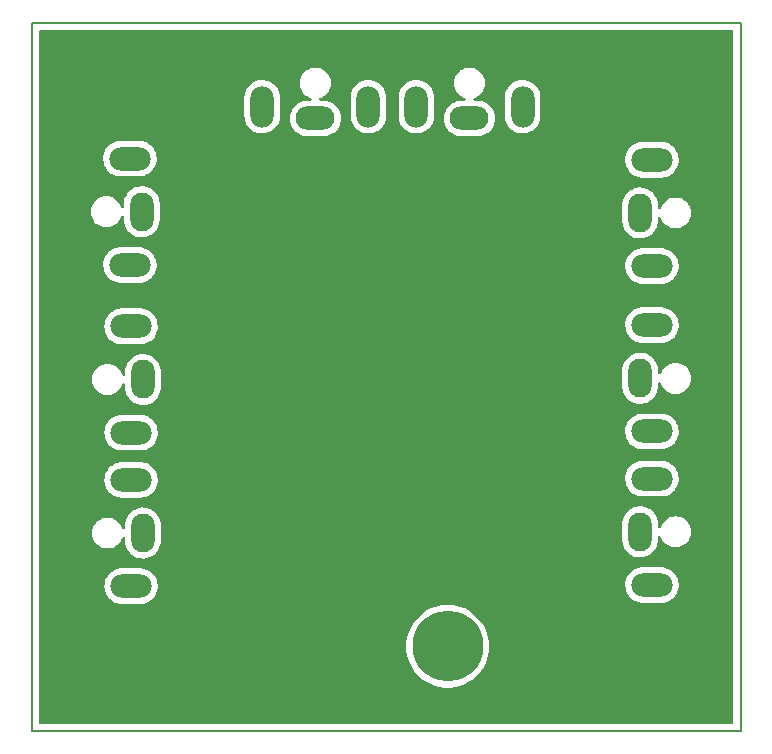
<source format=gbr>
%TF.GenerationSoftware,KiCad,Pcbnew,(6.0.9)*%
%TF.CreationDate,2023-01-22T15:50:23+02:00*%
%TF.ProjectId,Power for cam,506f7765-7220-4666-9f72-2063616d2e6b,rev?*%
%TF.SameCoordinates,Original*%
%TF.FileFunction,Copper,L1,Top*%
%TF.FilePolarity,Positive*%
%FSLAX46Y46*%
G04 Gerber Fmt 4.6, Leading zero omitted, Abs format (unit mm)*
G04 Created by KiCad (PCBNEW (6.0.9)) date 2023-01-22 15:50:23*
%MOMM*%
%LPD*%
G01*
G04 APERTURE LIST*
%TA.AperFunction,NonConductor*%
%ADD10C,0.200000*%
%TD*%
%TA.AperFunction,ComponentPad*%
%ADD11R,4.000000X2.000000*%
%TD*%
%TA.AperFunction,ComponentPad*%
%ADD12O,3.300000X2.000000*%
%TD*%
%TA.AperFunction,ComponentPad*%
%ADD13O,2.000000X3.500000*%
%TD*%
%TA.AperFunction,ComponentPad*%
%ADD14R,2.000000X4.000000*%
%TD*%
%TA.AperFunction,ComponentPad*%
%ADD15O,2.000000X3.300000*%
%TD*%
%TA.AperFunction,ComponentPad*%
%ADD16O,3.500000X2.000000*%
%TD*%
%TA.AperFunction,ComponentPad*%
%ADD17C,6.000000*%
%TD*%
%TA.AperFunction,ComponentPad*%
%ADD18R,6.000000X6.000000*%
%TD*%
G04 APERTURE END LIST*
D10*
X210000000Y-120000000D02*
X150000000Y-120000000D01*
X210000000Y-60000000D02*
X210000000Y-120000000D01*
X150000000Y-120000000D02*
X150000000Y-60000000D01*
X150000000Y-60000000D02*
X210000000Y-60000000D01*
D11*
%TO.P,J9,1*%
%TO.N,/+*%
X174000000Y-74100000D03*
D12*
%TO.P,J9,2*%
%TO.N,/-*%
X174000000Y-68100000D03*
D13*
%TO.P,J9,MP*%
%TO.N,N/C*%
X169500000Y-67100000D03*
X178500000Y-67100000D03*
%TD*%
D14*
%TO.P,J5,1*%
%TO.N,/+*%
X195500000Y-90100000D03*
D15*
%TO.P,J5,2*%
%TO.N,/-*%
X201500000Y-90100000D03*
D16*
%TO.P,J5,MP*%
%TO.N,N/C*%
X202500000Y-85600000D03*
X202500000Y-94600000D03*
%TD*%
D17*
%TO.P,J1,N,NEG*%
%TO.N,/-*%
X185200000Y-112800000D03*
D18*
%TO.P,J1,P,POS*%
%TO.N,/+*%
X178000000Y-112800000D03*
%TD*%
D14*
%TO.P,J8,1*%
%TO.N,/+*%
X165300000Y-76000000D03*
D15*
%TO.P,J8,2*%
%TO.N,/-*%
X159300000Y-76000000D03*
D16*
%TO.P,J8,MP*%
%TO.N,N/C*%
X158300000Y-71500000D03*
X158300000Y-80500000D03*
%TD*%
D14*
%TO.P,J6,1*%
%TO.N,/+*%
X165400000Y-103200000D03*
D15*
%TO.P,J6,2*%
%TO.N,/-*%
X159400000Y-103200000D03*
D16*
%TO.P,J6,MP*%
%TO.N,N/C*%
X158400000Y-98700000D03*
X158400000Y-107700000D03*
%TD*%
D11*
%TO.P,J2,1*%
%TO.N,/+*%
X187050000Y-74100000D03*
D12*
%TO.P,J2,2*%
%TO.N,/-*%
X187050000Y-68100000D03*
D13*
%TO.P,J2,MP*%
%TO.N,N/C*%
X182550000Y-67100000D03*
X191550000Y-67100000D03*
%TD*%
D14*
%TO.P,J7,1*%
%TO.N,/+*%
X195500000Y-103100000D03*
D15*
%TO.P,J7,2*%
%TO.N,/-*%
X201500000Y-103100000D03*
D16*
%TO.P,J7,MP*%
%TO.N,N/C*%
X202500000Y-98600000D03*
X202500000Y-107600000D03*
%TD*%
D14*
%TO.P,J4,1*%
%TO.N,/+*%
X165400000Y-90200000D03*
D15*
%TO.P,J4,2*%
%TO.N,/-*%
X159400000Y-90200000D03*
D16*
%TO.P,J4,MP*%
%TO.N,N/C*%
X158400000Y-94700000D03*
X158400000Y-85700000D03*
%TD*%
D14*
%TO.P,J3,1*%
%TO.N,/+*%
X195500000Y-76100000D03*
D15*
%TO.P,J3,2*%
%TO.N,/-*%
X201500000Y-76100000D03*
D16*
%TO.P,J3,MP*%
%TO.N,N/C*%
X202500000Y-71600000D03*
X202500000Y-80600000D03*
%TD*%
%TA.AperFunction,Conductor*%
%TO.N,/+*%
G36*
X209333621Y-60628502D02*
G01*
X209380114Y-60682158D01*
X209391500Y-60734500D01*
X209391500Y-119265500D01*
X209371498Y-119333621D01*
X209317842Y-119380114D01*
X209265500Y-119391500D01*
X150734500Y-119391500D01*
X150666379Y-119371498D01*
X150619886Y-119317842D01*
X150608500Y-119265500D01*
X150608500Y-112800000D01*
X181686685Y-112800000D01*
X181705931Y-113167241D01*
X181763459Y-113530459D01*
X181858639Y-113885674D01*
X181990427Y-114228994D01*
X182157380Y-114556657D01*
X182357668Y-114865075D01*
X182589098Y-115150867D01*
X182849133Y-115410902D01*
X183134925Y-115642332D01*
X183443342Y-115842620D01*
X183446276Y-115844115D01*
X183446283Y-115844119D01*
X183768066Y-116008075D01*
X183771006Y-116009573D01*
X184114326Y-116141361D01*
X184469541Y-116236541D01*
X184662558Y-116267112D01*
X184829511Y-116293555D01*
X184829519Y-116293556D01*
X184832759Y-116294069D01*
X185200000Y-116313315D01*
X185567241Y-116294069D01*
X185570481Y-116293556D01*
X185570489Y-116293555D01*
X185737442Y-116267112D01*
X185930459Y-116236541D01*
X186285674Y-116141361D01*
X186628994Y-116009573D01*
X186631934Y-116008075D01*
X186953717Y-115844119D01*
X186953724Y-115844115D01*
X186956658Y-115842620D01*
X187265075Y-115642332D01*
X187550867Y-115410902D01*
X187810902Y-115150867D01*
X188042332Y-114865075D01*
X188242620Y-114556657D01*
X188409573Y-114228994D01*
X188541361Y-113885674D01*
X188636541Y-113530459D01*
X188694069Y-113167241D01*
X188713315Y-112800000D01*
X188694069Y-112432759D01*
X188636541Y-112069541D01*
X188541361Y-111714326D01*
X188409573Y-111371006D01*
X188242620Y-111043343D01*
X188042332Y-110734925D01*
X187810902Y-110449133D01*
X187550867Y-110189098D01*
X187265075Y-109957668D01*
X186956658Y-109757380D01*
X186953724Y-109755885D01*
X186953717Y-109755881D01*
X186631934Y-109591925D01*
X186628994Y-109590427D01*
X186285674Y-109458639D01*
X185930459Y-109363459D01*
X185737442Y-109332888D01*
X185570489Y-109306445D01*
X185570481Y-109306444D01*
X185567241Y-109305931D01*
X185200000Y-109286685D01*
X184832759Y-109305931D01*
X184829519Y-109306444D01*
X184829511Y-109306445D01*
X184662558Y-109332888D01*
X184469541Y-109363459D01*
X184114326Y-109458639D01*
X183771006Y-109590427D01*
X183768066Y-109591925D01*
X183446284Y-109755881D01*
X183446277Y-109755885D01*
X183443343Y-109757380D01*
X183134925Y-109957668D01*
X182849133Y-110189098D01*
X182589098Y-110449133D01*
X182357668Y-110734925D01*
X182157380Y-111043343D01*
X181990427Y-111371006D01*
X181858639Y-111714326D01*
X181763459Y-112069541D01*
X181705931Y-112432759D01*
X181686685Y-112800000D01*
X150608500Y-112800000D01*
X150608500Y-107752817D01*
X156137514Y-107752817D01*
X156138095Y-107757837D01*
X156138095Y-107757841D01*
X156154408Y-107898823D01*
X156165415Y-107993956D01*
X156166791Y-107998820D01*
X156166792Y-107998823D01*
X156204510Y-108132114D01*
X156231510Y-108227532D01*
X156233644Y-108232108D01*
X156233646Y-108232114D01*
X156290446Y-108353922D01*
X156334099Y-108447536D01*
X156336940Y-108451717D01*
X156336941Y-108451718D01*
X156345099Y-108463722D01*
X156470544Y-108648307D01*
X156637332Y-108824681D01*
X156641358Y-108827759D01*
X156641359Y-108827760D01*
X156826154Y-108969047D01*
X156826158Y-108969050D01*
X156830174Y-108972120D01*
X156834632Y-108974510D01*
X156834633Y-108974511D01*
X156945693Y-109034061D01*
X157044109Y-109086831D01*
X157273631Y-109165862D01*
X157372978Y-109183022D01*
X157508926Y-109206504D01*
X157508932Y-109206505D01*
X157512836Y-109207179D01*
X157516797Y-109207359D01*
X157516798Y-109207359D01*
X157540506Y-109208436D01*
X157540525Y-109208436D01*
X157541925Y-109208500D01*
X159211001Y-109208500D01*
X159213509Y-109208298D01*
X159213514Y-109208298D01*
X159386924Y-109194346D01*
X159386929Y-109194345D01*
X159391965Y-109193940D01*
X159396873Y-109192734D01*
X159396876Y-109192734D01*
X159622792Y-109137244D01*
X159627706Y-109136037D01*
X159632358Y-109134062D01*
X159632362Y-109134061D01*
X159793028Y-109065862D01*
X159851156Y-109041188D01*
X159957037Y-108974511D01*
X160052288Y-108914528D01*
X160052291Y-108914526D01*
X160056567Y-108911833D01*
X160155422Y-108824681D01*
X160234858Y-108754650D01*
X160234861Y-108754647D01*
X160238655Y-108751302D01*
X160241866Y-108747393D01*
X160389526Y-108567628D01*
X160389528Y-108567625D01*
X160392734Y-108563722D01*
X160514841Y-108353922D01*
X160519051Y-108342954D01*
X160600020Y-108132022D01*
X160600021Y-108132018D01*
X160601833Y-108127298D01*
X160651474Y-107889680D01*
X160662230Y-107652817D01*
X200237514Y-107652817D01*
X200238095Y-107657837D01*
X200238095Y-107657841D01*
X200264336Y-107884627D01*
X200265415Y-107893956D01*
X200266791Y-107898820D01*
X200266792Y-107898823D01*
X200312476Y-108060266D01*
X200331510Y-108127532D01*
X200333644Y-108132108D01*
X200333646Y-108132114D01*
X200390446Y-108253922D01*
X200434099Y-108347536D01*
X200570544Y-108548307D01*
X200737332Y-108724681D01*
X200741358Y-108727759D01*
X200741359Y-108727760D01*
X200926154Y-108869047D01*
X200926158Y-108869050D01*
X200930174Y-108872120D01*
X200934632Y-108874510D01*
X200934633Y-108874511D01*
X201053953Y-108938490D01*
X201144109Y-108986831D01*
X201373631Y-109065862D01*
X201472978Y-109083022D01*
X201608926Y-109106504D01*
X201608932Y-109106505D01*
X201612836Y-109107179D01*
X201616797Y-109107359D01*
X201616798Y-109107359D01*
X201640506Y-109108436D01*
X201640525Y-109108436D01*
X201641925Y-109108500D01*
X203311001Y-109108500D01*
X203313509Y-109108298D01*
X203313514Y-109108298D01*
X203486924Y-109094346D01*
X203486929Y-109094345D01*
X203491965Y-109093940D01*
X203496873Y-109092734D01*
X203496876Y-109092734D01*
X203722792Y-109037244D01*
X203727706Y-109036037D01*
X203732358Y-109034062D01*
X203732362Y-109034061D01*
X203946498Y-108943165D01*
X203951156Y-108941188D01*
X204057037Y-108874511D01*
X204152288Y-108814528D01*
X204152291Y-108814526D01*
X204156567Y-108811833D01*
X204221429Y-108754650D01*
X204334858Y-108654650D01*
X204334861Y-108654647D01*
X204338655Y-108651302D01*
X204410594Y-108563722D01*
X204489526Y-108467628D01*
X204489528Y-108467625D01*
X204492734Y-108463722D01*
X204614841Y-108253922D01*
X204701833Y-108027298D01*
X204751474Y-107789680D01*
X204762486Y-107547183D01*
X204761905Y-107542159D01*
X204735167Y-107311071D01*
X204735166Y-107311067D01*
X204734585Y-107306044D01*
X204723814Y-107267978D01*
X204669866Y-107077331D01*
X204668490Y-107072468D01*
X204666356Y-107067892D01*
X204666354Y-107067886D01*
X204568038Y-106857046D01*
X204568036Y-106857042D01*
X204565901Y-106852464D01*
X204557870Y-106840646D01*
X204500263Y-106755881D01*
X204429456Y-106651693D01*
X204262668Y-106475319D01*
X204204640Y-106430953D01*
X204073846Y-106330953D01*
X204073842Y-106330950D01*
X204069826Y-106327880D01*
X204039319Y-106311522D01*
X203860352Y-106215561D01*
X203855891Y-106213169D01*
X203626369Y-106134138D01*
X203527022Y-106116978D01*
X203391074Y-106093496D01*
X203391068Y-106093495D01*
X203387164Y-106092821D01*
X203383203Y-106092641D01*
X203383202Y-106092641D01*
X203359494Y-106091564D01*
X203359475Y-106091564D01*
X203358075Y-106091500D01*
X201688999Y-106091500D01*
X201686491Y-106091702D01*
X201686486Y-106091702D01*
X201513076Y-106105654D01*
X201513071Y-106105655D01*
X201508035Y-106106060D01*
X201503127Y-106107266D01*
X201503124Y-106107266D01*
X201387007Y-106135787D01*
X201272294Y-106163963D01*
X201267642Y-106165938D01*
X201267638Y-106165939D01*
X201160252Y-106211522D01*
X201048844Y-106258812D01*
X201037527Y-106265939D01*
X200847712Y-106385472D01*
X200847709Y-106385474D01*
X200843433Y-106388167D01*
X200839639Y-106391512D01*
X200665142Y-106545350D01*
X200665139Y-106545353D01*
X200661345Y-106548698D01*
X200658135Y-106552606D01*
X200658134Y-106552607D01*
X200575994Y-106652607D01*
X200507266Y-106736278D01*
X200385159Y-106946078D01*
X200383346Y-106950801D01*
X200300016Y-107167886D01*
X200298167Y-107172702D01*
X200248526Y-107410320D01*
X200237514Y-107652817D01*
X160662230Y-107652817D01*
X160662486Y-107647183D01*
X160661905Y-107642159D01*
X160635167Y-107411071D01*
X160635166Y-107411067D01*
X160634585Y-107406044D01*
X160607711Y-107311071D01*
X160569866Y-107177331D01*
X160568490Y-107172468D01*
X160566356Y-107167892D01*
X160566354Y-107167886D01*
X160468038Y-106957046D01*
X160468036Y-106957042D01*
X160465901Y-106952464D01*
X160329456Y-106751693D01*
X160162668Y-106575319D01*
X160123470Y-106545350D01*
X159973846Y-106430953D01*
X159973842Y-106430950D01*
X159969826Y-106427880D01*
X159890736Y-106385472D01*
X159760352Y-106315561D01*
X159755891Y-106313169D01*
X159526369Y-106234138D01*
X159395434Y-106211522D01*
X159291074Y-106193496D01*
X159291068Y-106193495D01*
X159287164Y-106192821D01*
X159283203Y-106192641D01*
X159283202Y-106192641D01*
X159259494Y-106191564D01*
X159259475Y-106191564D01*
X159258075Y-106191500D01*
X157588999Y-106191500D01*
X157586491Y-106191702D01*
X157586486Y-106191702D01*
X157413076Y-106205654D01*
X157413071Y-106205655D01*
X157408035Y-106206060D01*
X157403127Y-106207266D01*
X157403124Y-106207266D01*
X157287007Y-106235787D01*
X157172294Y-106263963D01*
X157167642Y-106265938D01*
X157167638Y-106265939D01*
X157060252Y-106311522D01*
X156948844Y-106358812D01*
X156944560Y-106361510D01*
X156747712Y-106485472D01*
X156747709Y-106485474D01*
X156743433Y-106488167D01*
X156739639Y-106491512D01*
X156565142Y-106645350D01*
X156565139Y-106645353D01*
X156561345Y-106648698D01*
X156558135Y-106652606D01*
X156558134Y-106652607D01*
X156485819Y-106740646D01*
X156407266Y-106836278D01*
X156285159Y-107046078D01*
X156198167Y-107272702D01*
X156148526Y-107510320D01*
X156137514Y-107752817D01*
X150608500Y-107752817D01*
X150608500Y-103200000D01*
X155086502Y-103200000D01*
X155106457Y-103428087D01*
X155107881Y-103433400D01*
X155107881Y-103433402D01*
X155112635Y-103451142D01*
X155165716Y-103649243D01*
X155168039Y-103654224D01*
X155168039Y-103654225D01*
X155260151Y-103851762D01*
X155260154Y-103851767D01*
X155262477Y-103856749D01*
X155320622Y-103939789D01*
X155357157Y-103991965D01*
X155393802Y-104044300D01*
X155555700Y-104206198D01*
X155560208Y-104209355D01*
X155560211Y-104209357D01*
X155603758Y-104239849D01*
X155743251Y-104337523D01*
X155748233Y-104339846D01*
X155748238Y-104339849D01*
X155945775Y-104431961D01*
X155950757Y-104434284D01*
X155956065Y-104435706D01*
X155956067Y-104435707D01*
X156166598Y-104492119D01*
X156166600Y-104492119D01*
X156171913Y-104493543D01*
X156271480Y-104502254D01*
X156340149Y-104508262D01*
X156340156Y-104508262D01*
X156342873Y-104508500D01*
X156457127Y-104508500D01*
X156459844Y-104508262D01*
X156459851Y-104508262D01*
X156528520Y-104502254D01*
X156628087Y-104493543D01*
X156633400Y-104492119D01*
X156633402Y-104492119D01*
X156843933Y-104435707D01*
X156843935Y-104435706D01*
X156849243Y-104434284D01*
X156854225Y-104431961D01*
X157051762Y-104339849D01*
X157051767Y-104339846D01*
X157056749Y-104337523D01*
X157196242Y-104239849D01*
X157239789Y-104209357D01*
X157239792Y-104209355D01*
X157244300Y-104206198D01*
X157406198Y-104044300D01*
X157442844Y-103991965D01*
X157479378Y-103939789D01*
X157537523Y-103856749D01*
X157539846Y-103851767D01*
X157539849Y-103851762D01*
X157631961Y-103654225D01*
X157631961Y-103654224D01*
X157634284Y-103649243D01*
X157643793Y-103613755D01*
X157680745Y-103553132D01*
X157744605Y-103522111D01*
X157815100Y-103530539D01*
X157869847Y-103575742D01*
X157891500Y-103646366D01*
X157891500Y-103911001D01*
X157891702Y-103913509D01*
X157891702Y-103913514D01*
X157902539Y-104048197D01*
X157906060Y-104091965D01*
X157907266Y-104096873D01*
X157907266Y-104096876D01*
X157933161Y-104202301D01*
X157963963Y-104327706D01*
X157965938Y-104332358D01*
X157965939Y-104332362D01*
X157998157Y-104408262D01*
X158058812Y-104551156D01*
X158188167Y-104756567D01*
X158191512Y-104760361D01*
X158345350Y-104934858D01*
X158345353Y-104934861D01*
X158348698Y-104938655D01*
X158352606Y-104941865D01*
X158352607Y-104941866D01*
X158503611Y-105065901D01*
X158536278Y-105092734D01*
X158577377Y-105116654D01*
X158668804Y-105169866D01*
X158746078Y-105214841D01*
X158750801Y-105216654D01*
X158967978Y-105300020D01*
X158967982Y-105300021D01*
X158972702Y-105301833D01*
X158977652Y-105302867D01*
X158977655Y-105302868D01*
X159205369Y-105350440D01*
X159205373Y-105350440D01*
X159210320Y-105351474D01*
X159452817Y-105362486D01*
X159457837Y-105361905D01*
X159457841Y-105361905D01*
X159688929Y-105335167D01*
X159688933Y-105335166D01*
X159693956Y-105334585D01*
X159698820Y-105333209D01*
X159698823Y-105333208D01*
X159922669Y-105269866D01*
X159922668Y-105269866D01*
X159927532Y-105268490D01*
X159932108Y-105266356D01*
X159932114Y-105266354D01*
X160142954Y-105168038D01*
X160142958Y-105168036D01*
X160147536Y-105165901D01*
X160348307Y-105029456D01*
X160524681Y-104862668D01*
X160527760Y-104858641D01*
X160669047Y-104673846D01*
X160669050Y-104673842D01*
X160672120Y-104669826D01*
X160679230Y-104656567D01*
X160784439Y-104460352D01*
X160786831Y-104455891D01*
X160865862Y-104226369D01*
X160897310Y-104044300D01*
X160906504Y-103991074D01*
X160906505Y-103991068D01*
X160907179Y-103987164D01*
X160908500Y-103958075D01*
X160908500Y-103811001D01*
X199991500Y-103811001D01*
X199991702Y-103813509D01*
X199991702Y-103813514D01*
X200003220Y-103956661D01*
X200006060Y-103991965D01*
X200007266Y-103996873D01*
X200007266Y-103996876D01*
X200019872Y-104048197D01*
X200063963Y-104227706D01*
X200065938Y-104232358D01*
X200065939Y-104232362D01*
X200109807Y-104335707D01*
X200158812Y-104451156D01*
X200161510Y-104455440D01*
X200224484Y-104555440D01*
X200288167Y-104656567D01*
X200291512Y-104660361D01*
X200445350Y-104834858D01*
X200445353Y-104834861D01*
X200448698Y-104838655D01*
X200452606Y-104841865D01*
X200452607Y-104841866D01*
X200570441Y-104938655D01*
X200636278Y-104992734D01*
X200741178Y-105053787D01*
X200808095Y-105092734D01*
X200846078Y-105114841D01*
X200850801Y-105116654D01*
X201067978Y-105200020D01*
X201067982Y-105200021D01*
X201072702Y-105201833D01*
X201077652Y-105202867D01*
X201077655Y-105202868D01*
X201305369Y-105250440D01*
X201305373Y-105250440D01*
X201310320Y-105251474D01*
X201552817Y-105262486D01*
X201557837Y-105261905D01*
X201557841Y-105261905D01*
X201788929Y-105235167D01*
X201788933Y-105235166D01*
X201793956Y-105234585D01*
X201798820Y-105233209D01*
X201798823Y-105233208D01*
X202022669Y-105169866D01*
X202022668Y-105169866D01*
X202027532Y-105168490D01*
X202032108Y-105166356D01*
X202032114Y-105166354D01*
X202242954Y-105068038D01*
X202242958Y-105068036D01*
X202247536Y-105065901D01*
X202448307Y-104929456D01*
X202624681Y-104762668D01*
X202695664Y-104669826D01*
X202769047Y-104573846D01*
X202769050Y-104573842D01*
X202772120Y-104569826D01*
X202830820Y-104460352D01*
X202884439Y-104360352D01*
X202886831Y-104355891D01*
X202965862Y-104126369D01*
X202997310Y-103944300D01*
X203006504Y-103891074D01*
X203006505Y-103891068D01*
X203007179Y-103887164D01*
X203007359Y-103883202D01*
X203008436Y-103859494D01*
X203008436Y-103859475D01*
X203008500Y-103858075D01*
X203008500Y-103546366D01*
X203028502Y-103478245D01*
X203082158Y-103431752D01*
X203152432Y-103421648D01*
X203217012Y-103451142D01*
X203256207Y-103513755D01*
X203265716Y-103549243D01*
X203268039Y-103554224D01*
X203268039Y-103554225D01*
X203360151Y-103751762D01*
X203360154Y-103751767D01*
X203362477Y-103756749D01*
X203435902Y-103861611D01*
X203470486Y-103911001D01*
X203493802Y-103944300D01*
X203655700Y-104106198D01*
X203660208Y-104109355D01*
X203660211Y-104109357D01*
X203684507Y-104126369D01*
X203843251Y-104237523D01*
X203848233Y-104239846D01*
X203848238Y-104239849D01*
X204026112Y-104322792D01*
X204050757Y-104334284D01*
X204056065Y-104335706D01*
X204056067Y-104335707D01*
X204266598Y-104392119D01*
X204266600Y-104392119D01*
X204271913Y-104393543D01*
X204371480Y-104402254D01*
X204440149Y-104408262D01*
X204440156Y-104408262D01*
X204442873Y-104408500D01*
X204557127Y-104408500D01*
X204559844Y-104408262D01*
X204559851Y-104408262D01*
X204628520Y-104402254D01*
X204728087Y-104393543D01*
X204733400Y-104392119D01*
X204733402Y-104392119D01*
X204943933Y-104335707D01*
X204943935Y-104335706D01*
X204949243Y-104334284D01*
X204973888Y-104322792D01*
X205151762Y-104239849D01*
X205151767Y-104239846D01*
X205156749Y-104237523D01*
X205315493Y-104126369D01*
X205339789Y-104109357D01*
X205339792Y-104109355D01*
X205344300Y-104106198D01*
X205506198Y-103944300D01*
X205529515Y-103911001D01*
X205564098Y-103861611D01*
X205637523Y-103756749D01*
X205639846Y-103751767D01*
X205639849Y-103751762D01*
X205731961Y-103554225D01*
X205731961Y-103554224D01*
X205734284Y-103549243D01*
X205793543Y-103328087D01*
X205813498Y-103100000D01*
X205793543Y-102871913D01*
X205792119Y-102866598D01*
X205735707Y-102656067D01*
X205735706Y-102656065D01*
X205734284Y-102650757D01*
X205686479Y-102548238D01*
X205639849Y-102448238D01*
X205639846Y-102448233D01*
X205637523Y-102443251D01*
X205564098Y-102338389D01*
X205509357Y-102260211D01*
X205509355Y-102260208D01*
X205506198Y-102255700D01*
X205344300Y-102093802D01*
X205339792Y-102090645D01*
X205339789Y-102090643D01*
X205261611Y-102035902D01*
X205156749Y-101962477D01*
X205151767Y-101960154D01*
X205151762Y-101960151D01*
X204954225Y-101868039D01*
X204954224Y-101868039D01*
X204949243Y-101865716D01*
X204943935Y-101864294D01*
X204943933Y-101864293D01*
X204733402Y-101807881D01*
X204733400Y-101807881D01*
X204728087Y-101806457D01*
X204628520Y-101797746D01*
X204559851Y-101791738D01*
X204559844Y-101791738D01*
X204557127Y-101791500D01*
X204442873Y-101791500D01*
X204440156Y-101791738D01*
X204440149Y-101791738D01*
X204371480Y-101797746D01*
X204271913Y-101806457D01*
X204266600Y-101807881D01*
X204266598Y-101807881D01*
X204056067Y-101864293D01*
X204056065Y-101864294D01*
X204050757Y-101865716D01*
X204045776Y-101868039D01*
X204045775Y-101868039D01*
X203848238Y-101960151D01*
X203848233Y-101960154D01*
X203843251Y-101962477D01*
X203738389Y-102035902D01*
X203660211Y-102090643D01*
X203660208Y-102090645D01*
X203655700Y-102093802D01*
X203493802Y-102255700D01*
X203490645Y-102260208D01*
X203490643Y-102260211D01*
X203435902Y-102338389D01*
X203362477Y-102443251D01*
X203360154Y-102448233D01*
X203360151Y-102448238D01*
X203313521Y-102548238D01*
X203265716Y-102650757D01*
X203264294Y-102656065D01*
X203264293Y-102656067D01*
X203256207Y-102686245D01*
X203219255Y-102746868D01*
X203155395Y-102777889D01*
X203084900Y-102769461D01*
X203030153Y-102724258D01*
X203008500Y-102653634D01*
X203008500Y-102388999D01*
X203005821Y-102355700D01*
X202994346Y-102213076D01*
X202994345Y-102213071D01*
X202993940Y-102208035D01*
X202984314Y-102168842D01*
X202937244Y-101977208D01*
X202936037Y-101972294D01*
X202926105Y-101948894D01*
X202843165Y-101753502D01*
X202841188Y-101748844D01*
X202711833Y-101543433D01*
X202639463Y-101461345D01*
X202554650Y-101365142D01*
X202554647Y-101365139D01*
X202551302Y-101361345D01*
X202547393Y-101358134D01*
X202367628Y-101210474D01*
X202367625Y-101210472D01*
X202363722Y-101207266D01*
X202233561Y-101131510D01*
X202158290Y-101087701D01*
X202158288Y-101087700D01*
X202153922Y-101085159D01*
X202102487Y-101065415D01*
X201932022Y-100999980D01*
X201932018Y-100999979D01*
X201927298Y-100998167D01*
X201922348Y-100997133D01*
X201922345Y-100997132D01*
X201694631Y-100949560D01*
X201694627Y-100949560D01*
X201689680Y-100948526D01*
X201447183Y-100937514D01*
X201442163Y-100938095D01*
X201442159Y-100938095D01*
X201211071Y-100964833D01*
X201211067Y-100964834D01*
X201206044Y-100965415D01*
X201201180Y-100966791D01*
X201201177Y-100966792D01*
X201093958Y-100997132D01*
X200972468Y-101031510D01*
X200967892Y-101033644D01*
X200967886Y-101033646D01*
X200757046Y-101131962D01*
X200757042Y-101131964D01*
X200752464Y-101134099D01*
X200551693Y-101270544D01*
X200375319Y-101437332D01*
X200372241Y-101441358D01*
X200372240Y-101441359D01*
X200230953Y-101626154D01*
X200230950Y-101626158D01*
X200227880Y-101630174D01*
X200225490Y-101634632D01*
X200225489Y-101634633D01*
X200218476Y-101647712D01*
X200113169Y-101844109D01*
X200034138Y-102073631D01*
X200033276Y-102078623D01*
X199994499Y-102303124D01*
X199992821Y-102312836D01*
X199991500Y-102341925D01*
X199991500Y-103811001D01*
X160908500Y-103811001D01*
X160908500Y-102488999D01*
X160908298Y-102486486D01*
X160894346Y-102313076D01*
X160894345Y-102313071D01*
X160893940Y-102308035D01*
X160882194Y-102260211D01*
X160837244Y-102077208D01*
X160836037Y-102072294D01*
X160793590Y-101972294D01*
X160743165Y-101853502D01*
X160741188Y-101848844D01*
X160678214Y-101748844D01*
X160614528Y-101647712D01*
X160614526Y-101647709D01*
X160611833Y-101643433D01*
X160523672Y-101543433D01*
X160454650Y-101465142D01*
X160454647Y-101465139D01*
X160451302Y-101461345D01*
X160447393Y-101458134D01*
X160267628Y-101310474D01*
X160267625Y-101310472D01*
X160263722Y-101307266D01*
X160134337Y-101231962D01*
X160058290Y-101187701D01*
X160058288Y-101187700D01*
X160053922Y-101185159D01*
X159928309Y-101136941D01*
X159832022Y-101099980D01*
X159832018Y-101099979D01*
X159827298Y-101098167D01*
X159822348Y-101097133D01*
X159822345Y-101097132D01*
X159594631Y-101049560D01*
X159594627Y-101049560D01*
X159589680Y-101048526D01*
X159347183Y-101037514D01*
X159342163Y-101038095D01*
X159342159Y-101038095D01*
X159111071Y-101064833D01*
X159111067Y-101064834D01*
X159106044Y-101065415D01*
X159101180Y-101066791D01*
X159101177Y-101066792D01*
X158993958Y-101097132D01*
X158872468Y-101131510D01*
X158867892Y-101133644D01*
X158867886Y-101133646D01*
X158657046Y-101231962D01*
X158657042Y-101231964D01*
X158652464Y-101234099D01*
X158451693Y-101370544D01*
X158275319Y-101537332D01*
X158272241Y-101541358D01*
X158272240Y-101541359D01*
X158130953Y-101726154D01*
X158130950Y-101726158D01*
X158127880Y-101730174D01*
X158125490Y-101734632D01*
X158125489Y-101734633D01*
X158066789Y-101844109D01*
X158013169Y-101944109D01*
X157934138Y-102173631D01*
X157933276Y-102178623D01*
X157901911Y-102360211D01*
X157892821Y-102412836D01*
X157892641Y-102416797D01*
X157892641Y-102416798D01*
X157891645Y-102438743D01*
X157891500Y-102441925D01*
X157891500Y-102753634D01*
X157871498Y-102821755D01*
X157817842Y-102868248D01*
X157747568Y-102878352D01*
X157682988Y-102848858D01*
X157643793Y-102786245D01*
X157635707Y-102756067D01*
X157635706Y-102756065D01*
X157634284Y-102750757D01*
X157631961Y-102745775D01*
X157539849Y-102548238D01*
X157539846Y-102548233D01*
X157537523Y-102543251D01*
X157464098Y-102438389D01*
X157409357Y-102360211D01*
X157409355Y-102360208D01*
X157406198Y-102355700D01*
X157244300Y-102193802D01*
X157239792Y-102190645D01*
X157239789Y-102190643D01*
X157107051Y-102097699D01*
X157056749Y-102062477D01*
X157051767Y-102060154D01*
X157051762Y-102060151D01*
X156854225Y-101968039D01*
X156854224Y-101968039D01*
X156849243Y-101965716D01*
X156843935Y-101964294D01*
X156843933Y-101964293D01*
X156633402Y-101907881D01*
X156633400Y-101907881D01*
X156628087Y-101906457D01*
X156528520Y-101897746D01*
X156459851Y-101891738D01*
X156459844Y-101891738D01*
X156457127Y-101891500D01*
X156342873Y-101891500D01*
X156340156Y-101891738D01*
X156340149Y-101891738D01*
X156271480Y-101897746D01*
X156171913Y-101906457D01*
X156166600Y-101907881D01*
X156166598Y-101907881D01*
X155956067Y-101964293D01*
X155956065Y-101964294D01*
X155950757Y-101965716D01*
X155945776Y-101968039D01*
X155945775Y-101968039D01*
X155748238Y-102060151D01*
X155748233Y-102060154D01*
X155743251Y-102062477D01*
X155692949Y-102097699D01*
X155560211Y-102190643D01*
X155560208Y-102190645D01*
X155555700Y-102193802D01*
X155393802Y-102355700D01*
X155390645Y-102360208D01*
X155390643Y-102360211D01*
X155335902Y-102438389D01*
X155262477Y-102543251D01*
X155260154Y-102548233D01*
X155260151Y-102548238D01*
X155168039Y-102745775D01*
X155165716Y-102750757D01*
X155106457Y-102971913D01*
X155086502Y-103200000D01*
X150608500Y-103200000D01*
X150608500Y-98752817D01*
X156137514Y-98752817D01*
X156138095Y-98757837D01*
X156138095Y-98757841D01*
X156154408Y-98898823D01*
X156165415Y-98993956D01*
X156166791Y-98998820D01*
X156166792Y-98998823D01*
X156204510Y-99132114D01*
X156231510Y-99227532D01*
X156233644Y-99232108D01*
X156233646Y-99232114D01*
X156290446Y-99353922D01*
X156334099Y-99447536D01*
X156336940Y-99451717D01*
X156336941Y-99451718D01*
X156345099Y-99463722D01*
X156470544Y-99648307D01*
X156637332Y-99824681D01*
X156641358Y-99827759D01*
X156641359Y-99827760D01*
X156826154Y-99969047D01*
X156826158Y-99969050D01*
X156830174Y-99972120D01*
X156834632Y-99974510D01*
X156834633Y-99974511D01*
X156945693Y-100034061D01*
X157044109Y-100086831D01*
X157273631Y-100165862D01*
X157372978Y-100183022D01*
X157508926Y-100206504D01*
X157508932Y-100206505D01*
X157512836Y-100207179D01*
X157516797Y-100207359D01*
X157516798Y-100207359D01*
X157540506Y-100208436D01*
X157540525Y-100208436D01*
X157541925Y-100208500D01*
X159211001Y-100208500D01*
X159213509Y-100208298D01*
X159213514Y-100208298D01*
X159386924Y-100194346D01*
X159386929Y-100194345D01*
X159391965Y-100193940D01*
X159396873Y-100192734D01*
X159396876Y-100192734D01*
X159622792Y-100137244D01*
X159627706Y-100136037D01*
X159632358Y-100134062D01*
X159632362Y-100134061D01*
X159793028Y-100065862D01*
X159851156Y-100041188D01*
X159957037Y-99974511D01*
X160052288Y-99914528D01*
X160052291Y-99914526D01*
X160056567Y-99911833D01*
X160155422Y-99824681D01*
X160234858Y-99754650D01*
X160234861Y-99754647D01*
X160238655Y-99751302D01*
X160241866Y-99747393D01*
X160389526Y-99567628D01*
X160389528Y-99567625D01*
X160392734Y-99563722D01*
X160514841Y-99353922D01*
X160519051Y-99342954D01*
X160600020Y-99132022D01*
X160600021Y-99132018D01*
X160601833Y-99127298D01*
X160651474Y-98889680D01*
X160662230Y-98652817D01*
X200237514Y-98652817D01*
X200238095Y-98657837D01*
X200238095Y-98657841D01*
X200264336Y-98884627D01*
X200265415Y-98893956D01*
X200266791Y-98898820D01*
X200266792Y-98898823D01*
X200312476Y-99060266D01*
X200331510Y-99127532D01*
X200333644Y-99132108D01*
X200333646Y-99132114D01*
X200390446Y-99253922D01*
X200434099Y-99347536D01*
X200570544Y-99548307D01*
X200737332Y-99724681D01*
X200741358Y-99727759D01*
X200741359Y-99727760D01*
X200926154Y-99869047D01*
X200926158Y-99869050D01*
X200930174Y-99872120D01*
X200934632Y-99874510D01*
X200934633Y-99874511D01*
X201053953Y-99938490D01*
X201144109Y-99986831D01*
X201373631Y-100065862D01*
X201472978Y-100083022D01*
X201608926Y-100106504D01*
X201608932Y-100106505D01*
X201612836Y-100107179D01*
X201616797Y-100107359D01*
X201616798Y-100107359D01*
X201640506Y-100108436D01*
X201640525Y-100108436D01*
X201641925Y-100108500D01*
X203311001Y-100108500D01*
X203313509Y-100108298D01*
X203313514Y-100108298D01*
X203486924Y-100094346D01*
X203486929Y-100094345D01*
X203491965Y-100093940D01*
X203496873Y-100092734D01*
X203496876Y-100092734D01*
X203722792Y-100037244D01*
X203727706Y-100036037D01*
X203732358Y-100034062D01*
X203732362Y-100034061D01*
X203946498Y-99943165D01*
X203951156Y-99941188D01*
X204057037Y-99874511D01*
X204152288Y-99814528D01*
X204152291Y-99814526D01*
X204156567Y-99811833D01*
X204221429Y-99754650D01*
X204334858Y-99654650D01*
X204334861Y-99654647D01*
X204338655Y-99651302D01*
X204410594Y-99563722D01*
X204489526Y-99467628D01*
X204489528Y-99467625D01*
X204492734Y-99463722D01*
X204614841Y-99253922D01*
X204701833Y-99027298D01*
X204751474Y-98789680D01*
X204762486Y-98547183D01*
X204761905Y-98542159D01*
X204735167Y-98311071D01*
X204735166Y-98311067D01*
X204734585Y-98306044D01*
X204723814Y-98267978D01*
X204669866Y-98077331D01*
X204668490Y-98072468D01*
X204666356Y-98067892D01*
X204666354Y-98067886D01*
X204568038Y-97857046D01*
X204568036Y-97857042D01*
X204565901Y-97852464D01*
X204557870Y-97840646D01*
X204500263Y-97755881D01*
X204429456Y-97651693D01*
X204262668Y-97475319D01*
X204204640Y-97430953D01*
X204073846Y-97330953D01*
X204073842Y-97330950D01*
X204069826Y-97327880D01*
X204039319Y-97311522D01*
X203860352Y-97215561D01*
X203855891Y-97213169D01*
X203626369Y-97134138D01*
X203527022Y-97116978D01*
X203391074Y-97093496D01*
X203391068Y-97093495D01*
X203387164Y-97092821D01*
X203383203Y-97092641D01*
X203383202Y-97092641D01*
X203359494Y-97091564D01*
X203359475Y-97091564D01*
X203358075Y-97091500D01*
X201688999Y-97091500D01*
X201686491Y-97091702D01*
X201686486Y-97091702D01*
X201513076Y-97105654D01*
X201513071Y-97105655D01*
X201508035Y-97106060D01*
X201503127Y-97107266D01*
X201503124Y-97107266D01*
X201387007Y-97135787D01*
X201272294Y-97163963D01*
X201267642Y-97165938D01*
X201267638Y-97165939D01*
X201160252Y-97211522D01*
X201048844Y-97258812D01*
X201037527Y-97265939D01*
X200847712Y-97385472D01*
X200847709Y-97385474D01*
X200843433Y-97388167D01*
X200839639Y-97391512D01*
X200665142Y-97545350D01*
X200665139Y-97545353D01*
X200661345Y-97548698D01*
X200658135Y-97552606D01*
X200658134Y-97552607D01*
X200575994Y-97652607D01*
X200507266Y-97736278D01*
X200385159Y-97946078D01*
X200383346Y-97950801D01*
X200300016Y-98167886D01*
X200298167Y-98172702D01*
X200248526Y-98410320D01*
X200237514Y-98652817D01*
X160662230Y-98652817D01*
X160662486Y-98647183D01*
X160661905Y-98642159D01*
X160635167Y-98411071D01*
X160635166Y-98411067D01*
X160634585Y-98406044D01*
X160607711Y-98311071D01*
X160569866Y-98177331D01*
X160568490Y-98172468D01*
X160566356Y-98167892D01*
X160566354Y-98167886D01*
X160468038Y-97957046D01*
X160468036Y-97957042D01*
X160465901Y-97952464D01*
X160329456Y-97751693D01*
X160162668Y-97575319D01*
X160123470Y-97545350D01*
X159973846Y-97430953D01*
X159973842Y-97430950D01*
X159969826Y-97427880D01*
X159890736Y-97385472D01*
X159760352Y-97315561D01*
X159755891Y-97313169D01*
X159526369Y-97234138D01*
X159395434Y-97211522D01*
X159291074Y-97193496D01*
X159291068Y-97193495D01*
X159287164Y-97192821D01*
X159283203Y-97192641D01*
X159283202Y-97192641D01*
X159259494Y-97191564D01*
X159259475Y-97191564D01*
X159258075Y-97191500D01*
X157588999Y-97191500D01*
X157586491Y-97191702D01*
X157586486Y-97191702D01*
X157413076Y-97205654D01*
X157413071Y-97205655D01*
X157408035Y-97206060D01*
X157403127Y-97207266D01*
X157403124Y-97207266D01*
X157287007Y-97235787D01*
X157172294Y-97263963D01*
X157167642Y-97265938D01*
X157167638Y-97265939D01*
X157060252Y-97311522D01*
X156948844Y-97358812D01*
X156944560Y-97361510D01*
X156747712Y-97485472D01*
X156747709Y-97485474D01*
X156743433Y-97488167D01*
X156739639Y-97491512D01*
X156565142Y-97645350D01*
X156565139Y-97645353D01*
X156561345Y-97648698D01*
X156558135Y-97652606D01*
X156558134Y-97652607D01*
X156485819Y-97740646D01*
X156407266Y-97836278D01*
X156285159Y-98046078D01*
X156198167Y-98272702D01*
X156148526Y-98510320D01*
X156137514Y-98752817D01*
X150608500Y-98752817D01*
X150608500Y-94752817D01*
X156137514Y-94752817D01*
X156138095Y-94757837D01*
X156138095Y-94757841D01*
X156154408Y-94898823D01*
X156165415Y-94993956D01*
X156166791Y-94998820D01*
X156166792Y-94998823D01*
X156204510Y-95132114D01*
X156231510Y-95227532D01*
X156233644Y-95232108D01*
X156233646Y-95232114D01*
X156290446Y-95353922D01*
X156334099Y-95447536D01*
X156336940Y-95451717D01*
X156336941Y-95451718D01*
X156345099Y-95463722D01*
X156470544Y-95648307D01*
X156637332Y-95824681D01*
X156641358Y-95827759D01*
X156641359Y-95827760D01*
X156826154Y-95969047D01*
X156826158Y-95969050D01*
X156830174Y-95972120D01*
X156834632Y-95974510D01*
X156834633Y-95974511D01*
X156945693Y-96034061D01*
X157044109Y-96086831D01*
X157273631Y-96165862D01*
X157372978Y-96183022D01*
X157508926Y-96206504D01*
X157508932Y-96206505D01*
X157512836Y-96207179D01*
X157516797Y-96207359D01*
X157516798Y-96207359D01*
X157540506Y-96208436D01*
X157540525Y-96208436D01*
X157541925Y-96208500D01*
X159211001Y-96208500D01*
X159213509Y-96208298D01*
X159213514Y-96208298D01*
X159386924Y-96194346D01*
X159386929Y-96194345D01*
X159391965Y-96193940D01*
X159396873Y-96192734D01*
X159396876Y-96192734D01*
X159622792Y-96137244D01*
X159627706Y-96136037D01*
X159632358Y-96134062D01*
X159632362Y-96134061D01*
X159793028Y-96065862D01*
X159851156Y-96041188D01*
X159957037Y-95974511D01*
X160052288Y-95914528D01*
X160052291Y-95914526D01*
X160056567Y-95911833D01*
X160155422Y-95824681D01*
X160234858Y-95754650D01*
X160234861Y-95754647D01*
X160238655Y-95751302D01*
X160241866Y-95747393D01*
X160389526Y-95567628D01*
X160389528Y-95567625D01*
X160392734Y-95563722D01*
X160514841Y-95353922D01*
X160519051Y-95342954D01*
X160600020Y-95132022D01*
X160600021Y-95132018D01*
X160601833Y-95127298D01*
X160651474Y-94889680D01*
X160662230Y-94652817D01*
X200237514Y-94652817D01*
X200238095Y-94657837D01*
X200238095Y-94657841D01*
X200264336Y-94884627D01*
X200265415Y-94893956D01*
X200266791Y-94898820D01*
X200266792Y-94898823D01*
X200312476Y-95060266D01*
X200331510Y-95127532D01*
X200333644Y-95132108D01*
X200333646Y-95132114D01*
X200390446Y-95253922D01*
X200434099Y-95347536D01*
X200570544Y-95548307D01*
X200737332Y-95724681D01*
X200741358Y-95727759D01*
X200741359Y-95727760D01*
X200926154Y-95869047D01*
X200926158Y-95869050D01*
X200930174Y-95872120D01*
X200934632Y-95874510D01*
X200934633Y-95874511D01*
X201053953Y-95938490D01*
X201144109Y-95986831D01*
X201373631Y-96065862D01*
X201472978Y-96083022D01*
X201608926Y-96106504D01*
X201608932Y-96106505D01*
X201612836Y-96107179D01*
X201616797Y-96107359D01*
X201616798Y-96107359D01*
X201640506Y-96108436D01*
X201640525Y-96108436D01*
X201641925Y-96108500D01*
X203311001Y-96108500D01*
X203313509Y-96108298D01*
X203313514Y-96108298D01*
X203486924Y-96094346D01*
X203486929Y-96094345D01*
X203491965Y-96093940D01*
X203496873Y-96092734D01*
X203496876Y-96092734D01*
X203722792Y-96037244D01*
X203727706Y-96036037D01*
X203732358Y-96034062D01*
X203732362Y-96034061D01*
X203946498Y-95943165D01*
X203951156Y-95941188D01*
X204057037Y-95874511D01*
X204152288Y-95814528D01*
X204152291Y-95814526D01*
X204156567Y-95811833D01*
X204221429Y-95754650D01*
X204334858Y-95654650D01*
X204334861Y-95654647D01*
X204338655Y-95651302D01*
X204410594Y-95563722D01*
X204489526Y-95467628D01*
X204489528Y-95467625D01*
X204492734Y-95463722D01*
X204614841Y-95253922D01*
X204701833Y-95027298D01*
X204751474Y-94789680D01*
X204762486Y-94547183D01*
X204761905Y-94542159D01*
X204735167Y-94311071D01*
X204735166Y-94311067D01*
X204734585Y-94306044D01*
X204723814Y-94267978D01*
X204669866Y-94077331D01*
X204668490Y-94072468D01*
X204666356Y-94067892D01*
X204666354Y-94067886D01*
X204568038Y-93857046D01*
X204568036Y-93857042D01*
X204565901Y-93852464D01*
X204557870Y-93840646D01*
X204500263Y-93755881D01*
X204429456Y-93651693D01*
X204262668Y-93475319D01*
X204204640Y-93430953D01*
X204073846Y-93330953D01*
X204073842Y-93330950D01*
X204069826Y-93327880D01*
X204039319Y-93311522D01*
X203860352Y-93215561D01*
X203855891Y-93213169D01*
X203626369Y-93134138D01*
X203527022Y-93116978D01*
X203391074Y-93093496D01*
X203391068Y-93093495D01*
X203387164Y-93092821D01*
X203383203Y-93092641D01*
X203383202Y-93092641D01*
X203359494Y-93091564D01*
X203359475Y-93091564D01*
X203358075Y-93091500D01*
X201688999Y-93091500D01*
X201686491Y-93091702D01*
X201686486Y-93091702D01*
X201513076Y-93105654D01*
X201513071Y-93105655D01*
X201508035Y-93106060D01*
X201503127Y-93107266D01*
X201503124Y-93107266D01*
X201387007Y-93135787D01*
X201272294Y-93163963D01*
X201267642Y-93165938D01*
X201267638Y-93165939D01*
X201160252Y-93211522D01*
X201048844Y-93258812D01*
X201037527Y-93265939D01*
X200847712Y-93385472D01*
X200847709Y-93385474D01*
X200843433Y-93388167D01*
X200839639Y-93391512D01*
X200665142Y-93545350D01*
X200665139Y-93545353D01*
X200661345Y-93548698D01*
X200658135Y-93552606D01*
X200658134Y-93552607D01*
X200575994Y-93652607D01*
X200507266Y-93736278D01*
X200385159Y-93946078D01*
X200383346Y-93950801D01*
X200300016Y-94167886D01*
X200298167Y-94172702D01*
X200248526Y-94410320D01*
X200237514Y-94652817D01*
X160662230Y-94652817D01*
X160662486Y-94647183D01*
X160661905Y-94642159D01*
X160635167Y-94411071D01*
X160635166Y-94411067D01*
X160634585Y-94406044D01*
X160607711Y-94311071D01*
X160569866Y-94177331D01*
X160568490Y-94172468D01*
X160566356Y-94167892D01*
X160566354Y-94167886D01*
X160468038Y-93957046D01*
X160468036Y-93957042D01*
X160465901Y-93952464D01*
X160329456Y-93751693D01*
X160162668Y-93575319D01*
X160123470Y-93545350D01*
X159973846Y-93430953D01*
X159973842Y-93430950D01*
X159969826Y-93427880D01*
X159890736Y-93385472D01*
X159760352Y-93315561D01*
X159755891Y-93313169D01*
X159526369Y-93234138D01*
X159395434Y-93211522D01*
X159291074Y-93193496D01*
X159291068Y-93193495D01*
X159287164Y-93192821D01*
X159283203Y-93192641D01*
X159283202Y-93192641D01*
X159259494Y-93191564D01*
X159259475Y-93191564D01*
X159258075Y-93191500D01*
X157588999Y-93191500D01*
X157586491Y-93191702D01*
X157586486Y-93191702D01*
X157413076Y-93205654D01*
X157413071Y-93205655D01*
X157408035Y-93206060D01*
X157403127Y-93207266D01*
X157403124Y-93207266D01*
X157287007Y-93235787D01*
X157172294Y-93263963D01*
X157167642Y-93265938D01*
X157167638Y-93265939D01*
X157060252Y-93311522D01*
X156948844Y-93358812D01*
X156944560Y-93361510D01*
X156747712Y-93485472D01*
X156747709Y-93485474D01*
X156743433Y-93488167D01*
X156739639Y-93491512D01*
X156565142Y-93645350D01*
X156565139Y-93645353D01*
X156561345Y-93648698D01*
X156558135Y-93652606D01*
X156558134Y-93652607D01*
X156485819Y-93740646D01*
X156407266Y-93836278D01*
X156285159Y-94046078D01*
X156198167Y-94272702D01*
X156148526Y-94510320D01*
X156137514Y-94752817D01*
X150608500Y-94752817D01*
X150608500Y-90200000D01*
X155086502Y-90200000D01*
X155106457Y-90428087D01*
X155107881Y-90433400D01*
X155107881Y-90433402D01*
X155112635Y-90451142D01*
X155165716Y-90649243D01*
X155168039Y-90654224D01*
X155168039Y-90654225D01*
X155260151Y-90851762D01*
X155260154Y-90851767D01*
X155262477Y-90856749D01*
X155320622Y-90939789D01*
X155357157Y-90991965D01*
X155393802Y-91044300D01*
X155555700Y-91206198D01*
X155560208Y-91209355D01*
X155560211Y-91209357D01*
X155603758Y-91239849D01*
X155743251Y-91337523D01*
X155748233Y-91339846D01*
X155748238Y-91339849D01*
X155945775Y-91431961D01*
X155950757Y-91434284D01*
X155956065Y-91435706D01*
X155956067Y-91435707D01*
X156166598Y-91492119D01*
X156166600Y-91492119D01*
X156171913Y-91493543D01*
X156271480Y-91502254D01*
X156340149Y-91508262D01*
X156340156Y-91508262D01*
X156342873Y-91508500D01*
X156457127Y-91508500D01*
X156459844Y-91508262D01*
X156459851Y-91508262D01*
X156528520Y-91502254D01*
X156628087Y-91493543D01*
X156633400Y-91492119D01*
X156633402Y-91492119D01*
X156843933Y-91435707D01*
X156843935Y-91435706D01*
X156849243Y-91434284D01*
X156854225Y-91431961D01*
X157051762Y-91339849D01*
X157051767Y-91339846D01*
X157056749Y-91337523D01*
X157196242Y-91239849D01*
X157239789Y-91209357D01*
X157239792Y-91209355D01*
X157244300Y-91206198D01*
X157406198Y-91044300D01*
X157442844Y-90991965D01*
X157479378Y-90939789D01*
X157537523Y-90856749D01*
X157539846Y-90851767D01*
X157539849Y-90851762D01*
X157631961Y-90654225D01*
X157631961Y-90654224D01*
X157634284Y-90649243D01*
X157643793Y-90613755D01*
X157680745Y-90553132D01*
X157744605Y-90522111D01*
X157815100Y-90530539D01*
X157869847Y-90575742D01*
X157891500Y-90646366D01*
X157891500Y-90911001D01*
X157891702Y-90913509D01*
X157891702Y-90913514D01*
X157902539Y-91048197D01*
X157906060Y-91091965D01*
X157907266Y-91096873D01*
X157907266Y-91096876D01*
X157933161Y-91202301D01*
X157963963Y-91327706D01*
X157965938Y-91332358D01*
X157965939Y-91332362D01*
X157998157Y-91408262D01*
X158058812Y-91551156D01*
X158188167Y-91756567D01*
X158191512Y-91760361D01*
X158345350Y-91934858D01*
X158345353Y-91934861D01*
X158348698Y-91938655D01*
X158352606Y-91941865D01*
X158352607Y-91941866D01*
X158503611Y-92065901D01*
X158536278Y-92092734D01*
X158577377Y-92116654D01*
X158668804Y-92169866D01*
X158746078Y-92214841D01*
X158750801Y-92216654D01*
X158967978Y-92300020D01*
X158967982Y-92300021D01*
X158972702Y-92301833D01*
X158977652Y-92302867D01*
X158977655Y-92302868D01*
X159205369Y-92350440D01*
X159205373Y-92350440D01*
X159210320Y-92351474D01*
X159452817Y-92362486D01*
X159457837Y-92361905D01*
X159457841Y-92361905D01*
X159688929Y-92335167D01*
X159688933Y-92335166D01*
X159693956Y-92334585D01*
X159698820Y-92333209D01*
X159698823Y-92333208D01*
X159922669Y-92269866D01*
X159922668Y-92269866D01*
X159927532Y-92268490D01*
X159932108Y-92266356D01*
X159932114Y-92266354D01*
X160142954Y-92168038D01*
X160142958Y-92168036D01*
X160147536Y-92165901D01*
X160348307Y-92029456D01*
X160524681Y-91862668D01*
X160527760Y-91858641D01*
X160669047Y-91673846D01*
X160669050Y-91673842D01*
X160672120Y-91669826D01*
X160679230Y-91656567D01*
X160784439Y-91460352D01*
X160786831Y-91455891D01*
X160865862Y-91226369D01*
X160897310Y-91044300D01*
X160906504Y-90991074D01*
X160906505Y-90991068D01*
X160907179Y-90987164D01*
X160908500Y-90958075D01*
X160908500Y-90811001D01*
X199991500Y-90811001D01*
X199991702Y-90813509D01*
X199991702Y-90813514D01*
X200003220Y-90956661D01*
X200006060Y-90991965D01*
X200007266Y-90996873D01*
X200007266Y-90996876D01*
X200019872Y-91048197D01*
X200063963Y-91227706D01*
X200065938Y-91232358D01*
X200065939Y-91232362D01*
X200109807Y-91335707D01*
X200158812Y-91451156D01*
X200161510Y-91455440D01*
X200224484Y-91555440D01*
X200288167Y-91656567D01*
X200291512Y-91660361D01*
X200445350Y-91834858D01*
X200445353Y-91834861D01*
X200448698Y-91838655D01*
X200452606Y-91841865D01*
X200452607Y-91841866D01*
X200570441Y-91938655D01*
X200636278Y-91992734D01*
X200741178Y-92053787D01*
X200808095Y-92092734D01*
X200846078Y-92114841D01*
X200850801Y-92116654D01*
X201067978Y-92200020D01*
X201067982Y-92200021D01*
X201072702Y-92201833D01*
X201077652Y-92202867D01*
X201077655Y-92202868D01*
X201305369Y-92250440D01*
X201305373Y-92250440D01*
X201310320Y-92251474D01*
X201552817Y-92262486D01*
X201557837Y-92261905D01*
X201557841Y-92261905D01*
X201788929Y-92235167D01*
X201788933Y-92235166D01*
X201793956Y-92234585D01*
X201798820Y-92233209D01*
X201798823Y-92233208D01*
X202022669Y-92169866D01*
X202022668Y-92169866D01*
X202027532Y-92168490D01*
X202032108Y-92166356D01*
X202032114Y-92166354D01*
X202242954Y-92068038D01*
X202242958Y-92068036D01*
X202247536Y-92065901D01*
X202448307Y-91929456D01*
X202624681Y-91762668D01*
X202695664Y-91669826D01*
X202769047Y-91573846D01*
X202769050Y-91573842D01*
X202772120Y-91569826D01*
X202830820Y-91460352D01*
X202884439Y-91360352D01*
X202886831Y-91355891D01*
X202965862Y-91126369D01*
X202997310Y-90944300D01*
X203006504Y-90891074D01*
X203006505Y-90891068D01*
X203007179Y-90887164D01*
X203007359Y-90883202D01*
X203008436Y-90859494D01*
X203008436Y-90859475D01*
X203008500Y-90858075D01*
X203008500Y-90546366D01*
X203028502Y-90478245D01*
X203082158Y-90431752D01*
X203152432Y-90421648D01*
X203217012Y-90451142D01*
X203256207Y-90513755D01*
X203265716Y-90549243D01*
X203268039Y-90554224D01*
X203268039Y-90554225D01*
X203360151Y-90751762D01*
X203360154Y-90751767D01*
X203362477Y-90756749D01*
X203435902Y-90861611D01*
X203470486Y-90911001D01*
X203493802Y-90944300D01*
X203655700Y-91106198D01*
X203660208Y-91109355D01*
X203660211Y-91109357D01*
X203684507Y-91126369D01*
X203843251Y-91237523D01*
X203848233Y-91239846D01*
X203848238Y-91239849D01*
X204026112Y-91322792D01*
X204050757Y-91334284D01*
X204056065Y-91335706D01*
X204056067Y-91335707D01*
X204266598Y-91392119D01*
X204266600Y-91392119D01*
X204271913Y-91393543D01*
X204371480Y-91402254D01*
X204440149Y-91408262D01*
X204440156Y-91408262D01*
X204442873Y-91408500D01*
X204557127Y-91408500D01*
X204559844Y-91408262D01*
X204559851Y-91408262D01*
X204628520Y-91402254D01*
X204728087Y-91393543D01*
X204733400Y-91392119D01*
X204733402Y-91392119D01*
X204943933Y-91335707D01*
X204943935Y-91335706D01*
X204949243Y-91334284D01*
X204973888Y-91322792D01*
X205151762Y-91239849D01*
X205151767Y-91239846D01*
X205156749Y-91237523D01*
X205315493Y-91126369D01*
X205339789Y-91109357D01*
X205339792Y-91109355D01*
X205344300Y-91106198D01*
X205506198Y-90944300D01*
X205529515Y-90911001D01*
X205564098Y-90861611D01*
X205637523Y-90756749D01*
X205639846Y-90751767D01*
X205639849Y-90751762D01*
X205731961Y-90554225D01*
X205731961Y-90554224D01*
X205734284Y-90549243D01*
X205793543Y-90328087D01*
X205813498Y-90100000D01*
X205793543Y-89871913D01*
X205792119Y-89866598D01*
X205735707Y-89656067D01*
X205735706Y-89656065D01*
X205734284Y-89650757D01*
X205686479Y-89548238D01*
X205639849Y-89448238D01*
X205639846Y-89448233D01*
X205637523Y-89443251D01*
X205564098Y-89338389D01*
X205509357Y-89260211D01*
X205509355Y-89260208D01*
X205506198Y-89255700D01*
X205344300Y-89093802D01*
X205339792Y-89090645D01*
X205339789Y-89090643D01*
X205261611Y-89035902D01*
X205156749Y-88962477D01*
X205151767Y-88960154D01*
X205151762Y-88960151D01*
X204954225Y-88868039D01*
X204954224Y-88868039D01*
X204949243Y-88865716D01*
X204943935Y-88864294D01*
X204943933Y-88864293D01*
X204733402Y-88807881D01*
X204733400Y-88807881D01*
X204728087Y-88806457D01*
X204628520Y-88797746D01*
X204559851Y-88791738D01*
X204559844Y-88791738D01*
X204557127Y-88791500D01*
X204442873Y-88791500D01*
X204440156Y-88791738D01*
X204440149Y-88791738D01*
X204371480Y-88797746D01*
X204271913Y-88806457D01*
X204266600Y-88807881D01*
X204266598Y-88807881D01*
X204056067Y-88864293D01*
X204056065Y-88864294D01*
X204050757Y-88865716D01*
X204045776Y-88868039D01*
X204045775Y-88868039D01*
X203848238Y-88960151D01*
X203848233Y-88960154D01*
X203843251Y-88962477D01*
X203738389Y-89035902D01*
X203660211Y-89090643D01*
X203660208Y-89090645D01*
X203655700Y-89093802D01*
X203493802Y-89255700D01*
X203490645Y-89260208D01*
X203490643Y-89260211D01*
X203435902Y-89338389D01*
X203362477Y-89443251D01*
X203360154Y-89448233D01*
X203360151Y-89448238D01*
X203313521Y-89548238D01*
X203265716Y-89650757D01*
X203264294Y-89656065D01*
X203264293Y-89656067D01*
X203256207Y-89686245D01*
X203219255Y-89746868D01*
X203155395Y-89777889D01*
X203084900Y-89769461D01*
X203030153Y-89724258D01*
X203008500Y-89653634D01*
X203008500Y-89388999D01*
X203005821Y-89355700D01*
X202994346Y-89213076D01*
X202994345Y-89213071D01*
X202993940Y-89208035D01*
X202984314Y-89168842D01*
X202937244Y-88977208D01*
X202936037Y-88972294D01*
X202926105Y-88948894D01*
X202843165Y-88753502D01*
X202841188Y-88748844D01*
X202711833Y-88543433D01*
X202639463Y-88461345D01*
X202554650Y-88365142D01*
X202554647Y-88365139D01*
X202551302Y-88361345D01*
X202547393Y-88358134D01*
X202367628Y-88210474D01*
X202367625Y-88210472D01*
X202363722Y-88207266D01*
X202233561Y-88131510D01*
X202158290Y-88087701D01*
X202158288Y-88087700D01*
X202153922Y-88085159D01*
X202102487Y-88065415D01*
X201932022Y-87999980D01*
X201932018Y-87999979D01*
X201927298Y-87998167D01*
X201922348Y-87997133D01*
X201922345Y-87997132D01*
X201694631Y-87949560D01*
X201694627Y-87949560D01*
X201689680Y-87948526D01*
X201447183Y-87937514D01*
X201442163Y-87938095D01*
X201442159Y-87938095D01*
X201211071Y-87964833D01*
X201211067Y-87964834D01*
X201206044Y-87965415D01*
X201201180Y-87966791D01*
X201201177Y-87966792D01*
X201093958Y-87997132D01*
X200972468Y-88031510D01*
X200967892Y-88033644D01*
X200967886Y-88033646D01*
X200757046Y-88131962D01*
X200757042Y-88131964D01*
X200752464Y-88134099D01*
X200551693Y-88270544D01*
X200375319Y-88437332D01*
X200372241Y-88441358D01*
X200372240Y-88441359D01*
X200230953Y-88626154D01*
X200230950Y-88626158D01*
X200227880Y-88630174D01*
X200225490Y-88634632D01*
X200225489Y-88634633D01*
X200218476Y-88647712D01*
X200113169Y-88844109D01*
X200034138Y-89073631D01*
X200033276Y-89078623D01*
X199994499Y-89303124D01*
X199992821Y-89312836D01*
X199991500Y-89341925D01*
X199991500Y-90811001D01*
X160908500Y-90811001D01*
X160908500Y-89488999D01*
X160908298Y-89486486D01*
X160894346Y-89313076D01*
X160894345Y-89313071D01*
X160893940Y-89308035D01*
X160882194Y-89260211D01*
X160837244Y-89077208D01*
X160836037Y-89072294D01*
X160793590Y-88972294D01*
X160743165Y-88853502D01*
X160741188Y-88848844D01*
X160678214Y-88748844D01*
X160614528Y-88647712D01*
X160614526Y-88647709D01*
X160611833Y-88643433D01*
X160523672Y-88543433D01*
X160454650Y-88465142D01*
X160454647Y-88465139D01*
X160451302Y-88461345D01*
X160447393Y-88458134D01*
X160267628Y-88310474D01*
X160267625Y-88310472D01*
X160263722Y-88307266D01*
X160134337Y-88231962D01*
X160058290Y-88187701D01*
X160058288Y-88187700D01*
X160053922Y-88185159D01*
X159928309Y-88136941D01*
X159832022Y-88099980D01*
X159832018Y-88099979D01*
X159827298Y-88098167D01*
X159822348Y-88097133D01*
X159822345Y-88097132D01*
X159594631Y-88049560D01*
X159594627Y-88049560D01*
X159589680Y-88048526D01*
X159347183Y-88037514D01*
X159342163Y-88038095D01*
X159342159Y-88038095D01*
X159111071Y-88064833D01*
X159111067Y-88064834D01*
X159106044Y-88065415D01*
X159101180Y-88066791D01*
X159101177Y-88066792D01*
X158993958Y-88097132D01*
X158872468Y-88131510D01*
X158867892Y-88133644D01*
X158867886Y-88133646D01*
X158657046Y-88231962D01*
X158657042Y-88231964D01*
X158652464Y-88234099D01*
X158451693Y-88370544D01*
X158275319Y-88537332D01*
X158272241Y-88541358D01*
X158272240Y-88541359D01*
X158130953Y-88726154D01*
X158130950Y-88726158D01*
X158127880Y-88730174D01*
X158125490Y-88734632D01*
X158125489Y-88734633D01*
X158066789Y-88844109D01*
X158013169Y-88944109D01*
X157934138Y-89173631D01*
X157933276Y-89178623D01*
X157901911Y-89360211D01*
X157892821Y-89412836D01*
X157892641Y-89416797D01*
X157892641Y-89416798D01*
X157891645Y-89438743D01*
X157891500Y-89441925D01*
X157891500Y-89753634D01*
X157871498Y-89821755D01*
X157817842Y-89868248D01*
X157747568Y-89878352D01*
X157682988Y-89848858D01*
X157643793Y-89786245D01*
X157635707Y-89756067D01*
X157635706Y-89756065D01*
X157634284Y-89750757D01*
X157631961Y-89745775D01*
X157539849Y-89548238D01*
X157539846Y-89548233D01*
X157537523Y-89543251D01*
X157464098Y-89438389D01*
X157409357Y-89360211D01*
X157409355Y-89360208D01*
X157406198Y-89355700D01*
X157244300Y-89193802D01*
X157239792Y-89190645D01*
X157239789Y-89190643D01*
X157107051Y-89097699D01*
X157056749Y-89062477D01*
X157051767Y-89060154D01*
X157051762Y-89060151D01*
X156854225Y-88968039D01*
X156854224Y-88968039D01*
X156849243Y-88965716D01*
X156843935Y-88964294D01*
X156843933Y-88964293D01*
X156633402Y-88907881D01*
X156633400Y-88907881D01*
X156628087Y-88906457D01*
X156528520Y-88897746D01*
X156459851Y-88891738D01*
X156459844Y-88891738D01*
X156457127Y-88891500D01*
X156342873Y-88891500D01*
X156340156Y-88891738D01*
X156340149Y-88891738D01*
X156271480Y-88897746D01*
X156171913Y-88906457D01*
X156166600Y-88907881D01*
X156166598Y-88907881D01*
X155956067Y-88964293D01*
X155956065Y-88964294D01*
X155950757Y-88965716D01*
X155945776Y-88968039D01*
X155945775Y-88968039D01*
X155748238Y-89060151D01*
X155748233Y-89060154D01*
X155743251Y-89062477D01*
X155692949Y-89097699D01*
X155560211Y-89190643D01*
X155560208Y-89190645D01*
X155555700Y-89193802D01*
X155393802Y-89355700D01*
X155390645Y-89360208D01*
X155390643Y-89360211D01*
X155335902Y-89438389D01*
X155262477Y-89543251D01*
X155260154Y-89548233D01*
X155260151Y-89548238D01*
X155168039Y-89745775D01*
X155165716Y-89750757D01*
X155106457Y-89971913D01*
X155086502Y-90200000D01*
X150608500Y-90200000D01*
X150608500Y-85752817D01*
X156137514Y-85752817D01*
X156138095Y-85757837D01*
X156138095Y-85757841D01*
X156154408Y-85898823D01*
X156165415Y-85993956D01*
X156166791Y-85998820D01*
X156166792Y-85998823D01*
X156204510Y-86132114D01*
X156231510Y-86227532D01*
X156233644Y-86232108D01*
X156233646Y-86232114D01*
X156290446Y-86353922D01*
X156334099Y-86447536D01*
X156336940Y-86451717D01*
X156336941Y-86451718D01*
X156345099Y-86463722D01*
X156470544Y-86648307D01*
X156637332Y-86824681D01*
X156641358Y-86827759D01*
X156641359Y-86827760D01*
X156826154Y-86969047D01*
X156826158Y-86969050D01*
X156830174Y-86972120D01*
X156834632Y-86974510D01*
X156834633Y-86974511D01*
X156945693Y-87034061D01*
X157044109Y-87086831D01*
X157273631Y-87165862D01*
X157372978Y-87183022D01*
X157508926Y-87206504D01*
X157508932Y-87206505D01*
X157512836Y-87207179D01*
X157516797Y-87207359D01*
X157516798Y-87207359D01*
X157540506Y-87208436D01*
X157540525Y-87208436D01*
X157541925Y-87208500D01*
X159211001Y-87208500D01*
X159213509Y-87208298D01*
X159213514Y-87208298D01*
X159386924Y-87194346D01*
X159386929Y-87194345D01*
X159391965Y-87193940D01*
X159396873Y-87192734D01*
X159396876Y-87192734D01*
X159622792Y-87137244D01*
X159627706Y-87136037D01*
X159632358Y-87134062D01*
X159632362Y-87134061D01*
X159793028Y-87065862D01*
X159851156Y-87041188D01*
X159957037Y-86974511D01*
X160052288Y-86914528D01*
X160052291Y-86914526D01*
X160056567Y-86911833D01*
X160155422Y-86824681D01*
X160234858Y-86754650D01*
X160234861Y-86754647D01*
X160238655Y-86751302D01*
X160241866Y-86747393D01*
X160389526Y-86567628D01*
X160389528Y-86567625D01*
X160392734Y-86563722D01*
X160514841Y-86353922D01*
X160519051Y-86342954D01*
X160600020Y-86132022D01*
X160600021Y-86132018D01*
X160601833Y-86127298D01*
X160651474Y-85889680D01*
X160662230Y-85652817D01*
X200237514Y-85652817D01*
X200238095Y-85657837D01*
X200238095Y-85657841D01*
X200264336Y-85884627D01*
X200265415Y-85893956D01*
X200266791Y-85898820D01*
X200266792Y-85898823D01*
X200312476Y-86060266D01*
X200331510Y-86127532D01*
X200333644Y-86132108D01*
X200333646Y-86132114D01*
X200390446Y-86253922D01*
X200434099Y-86347536D01*
X200570544Y-86548307D01*
X200737332Y-86724681D01*
X200741358Y-86727759D01*
X200741359Y-86727760D01*
X200926154Y-86869047D01*
X200926158Y-86869050D01*
X200930174Y-86872120D01*
X200934632Y-86874510D01*
X200934633Y-86874511D01*
X201053953Y-86938490D01*
X201144109Y-86986831D01*
X201373631Y-87065862D01*
X201472978Y-87083022D01*
X201608926Y-87106504D01*
X201608932Y-87106505D01*
X201612836Y-87107179D01*
X201616797Y-87107359D01*
X201616798Y-87107359D01*
X201640506Y-87108436D01*
X201640525Y-87108436D01*
X201641925Y-87108500D01*
X203311001Y-87108500D01*
X203313509Y-87108298D01*
X203313514Y-87108298D01*
X203486924Y-87094346D01*
X203486929Y-87094345D01*
X203491965Y-87093940D01*
X203496873Y-87092734D01*
X203496876Y-87092734D01*
X203722792Y-87037244D01*
X203727706Y-87036037D01*
X203732358Y-87034062D01*
X203732362Y-87034061D01*
X203946498Y-86943165D01*
X203951156Y-86941188D01*
X204057037Y-86874511D01*
X204152288Y-86814528D01*
X204152291Y-86814526D01*
X204156567Y-86811833D01*
X204221429Y-86754650D01*
X204334858Y-86654650D01*
X204334861Y-86654647D01*
X204338655Y-86651302D01*
X204410594Y-86563722D01*
X204489526Y-86467628D01*
X204489528Y-86467625D01*
X204492734Y-86463722D01*
X204614841Y-86253922D01*
X204701833Y-86027298D01*
X204751474Y-85789680D01*
X204762486Y-85547183D01*
X204761905Y-85542159D01*
X204735167Y-85311071D01*
X204735166Y-85311067D01*
X204734585Y-85306044D01*
X204723814Y-85267978D01*
X204669866Y-85077331D01*
X204668490Y-85072468D01*
X204666356Y-85067892D01*
X204666354Y-85067886D01*
X204568038Y-84857046D01*
X204568036Y-84857042D01*
X204565901Y-84852464D01*
X204557870Y-84840646D01*
X204500263Y-84755881D01*
X204429456Y-84651693D01*
X204262668Y-84475319D01*
X204204640Y-84430953D01*
X204073846Y-84330953D01*
X204073842Y-84330950D01*
X204069826Y-84327880D01*
X204039319Y-84311522D01*
X203860352Y-84215561D01*
X203855891Y-84213169D01*
X203626369Y-84134138D01*
X203527022Y-84116978D01*
X203391074Y-84093496D01*
X203391068Y-84093495D01*
X203387164Y-84092821D01*
X203383203Y-84092641D01*
X203383202Y-84092641D01*
X203359494Y-84091564D01*
X203359475Y-84091564D01*
X203358075Y-84091500D01*
X201688999Y-84091500D01*
X201686491Y-84091702D01*
X201686486Y-84091702D01*
X201513076Y-84105654D01*
X201513071Y-84105655D01*
X201508035Y-84106060D01*
X201503127Y-84107266D01*
X201503124Y-84107266D01*
X201387007Y-84135787D01*
X201272294Y-84163963D01*
X201267642Y-84165938D01*
X201267638Y-84165939D01*
X201160252Y-84211522D01*
X201048844Y-84258812D01*
X201037527Y-84265939D01*
X200847712Y-84385472D01*
X200847709Y-84385474D01*
X200843433Y-84388167D01*
X200839639Y-84391512D01*
X200665142Y-84545350D01*
X200665139Y-84545353D01*
X200661345Y-84548698D01*
X200658135Y-84552606D01*
X200658134Y-84552607D01*
X200575994Y-84652607D01*
X200507266Y-84736278D01*
X200385159Y-84946078D01*
X200383346Y-84950801D01*
X200300016Y-85167886D01*
X200298167Y-85172702D01*
X200248526Y-85410320D01*
X200237514Y-85652817D01*
X160662230Y-85652817D01*
X160662486Y-85647183D01*
X160661905Y-85642159D01*
X160635167Y-85411071D01*
X160635166Y-85411067D01*
X160634585Y-85406044D01*
X160607711Y-85311071D01*
X160569866Y-85177331D01*
X160568490Y-85172468D01*
X160566356Y-85167892D01*
X160566354Y-85167886D01*
X160468038Y-84957046D01*
X160468036Y-84957042D01*
X160465901Y-84952464D01*
X160329456Y-84751693D01*
X160162668Y-84575319D01*
X160123470Y-84545350D01*
X159973846Y-84430953D01*
X159973842Y-84430950D01*
X159969826Y-84427880D01*
X159890736Y-84385472D01*
X159760352Y-84315561D01*
X159755891Y-84313169D01*
X159526369Y-84234138D01*
X159395434Y-84211522D01*
X159291074Y-84193496D01*
X159291068Y-84193495D01*
X159287164Y-84192821D01*
X159283203Y-84192641D01*
X159283202Y-84192641D01*
X159259494Y-84191564D01*
X159259475Y-84191564D01*
X159258075Y-84191500D01*
X157588999Y-84191500D01*
X157586491Y-84191702D01*
X157586486Y-84191702D01*
X157413076Y-84205654D01*
X157413071Y-84205655D01*
X157408035Y-84206060D01*
X157403127Y-84207266D01*
X157403124Y-84207266D01*
X157287007Y-84235787D01*
X157172294Y-84263963D01*
X157167642Y-84265938D01*
X157167638Y-84265939D01*
X157060252Y-84311522D01*
X156948844Y-84358812D01*
X156944560Y-84361510D01*
X156747712Y-84485472D01*
X156747709Y-84485474D01*
X156743433Y-84488167D01*
X156739639Y-84491512D01*
X156565142Y-84645350D01*
X156565139Y-84645353D01*
X156561345Y-84648698D01*
X156558135Y-84652606D01*
X156558134Y-84652607D01*
X156485819Y-84740646D01*
X156407266Y-84836278D01*
X156285159Y-85046078D01*
X156198167Y-85272702D01*
X156148526Y-85510320D01*
X156137514Y-85752817D01*
X150608500Y-85752817D01*
X150608500Y-80552817D01*
X156037514Y-80552817D01*
X156038095Y-80557837D01*
X156038095Y-80557841D01*
X156064336Y-80784627D01*
X156065415Y-80793956D01*
X156066791Y-80798820D01*
X156066792Y-80798823D01*
X156112476Y-80960266D01*
X156131510Y-81027532D01*
X156133644Y-81032108D01*
X156133646Y-81032114D01*
X156190446Y-81153922D01*
X156234099Y-81247536D01*
X156370544Y-81448307D01*
X156537332Y-81624681D01*
X156541358Y-81627759D01*
X156541359Y-81627760D01*
X156726154Y-81769047D01*
X156726158Y-81769050D01*
X156730174Y-81772120D01*
X156734632Y-81774510D01*
X156734633Y-81774511D01*
X156853953Y-81838490D01*
X156944109Y-81886831D01*
X157173631Y-81965862D01*
X157272978Y-81983022D01*
X157408926Y-82006504D01*
X157408932Y-82006505D01*
X157412836Y-82007179D01*
X157416797Y-82007359D01*
X157416798Y-82007359D01*
X157440506Y-82008436D01*
X157440525Y-82008436D01*
X157441925Y-82008500D01*
X159111001Y-82008500D01*
X159113509Y-82008298D01*
X159113514Y-82008298D01*
X159286924Y-81994346D01*
X159286929Y-81994345D01*
X159291965Y-81993940D01*
X159296873Y-81992734D01*
X159296876Y-81992734D01*
X159522792Y-81937244D01*
X159527706Y-81936037D01*
X159532358Y-81934062D01*
X159532362Y-81934061D01*
X159746498Y-81843165D01*
X159751156Y-81841188D01*
X159857037Y-81774511D01*
X159952288Y-81714528D01*
X159952291Y-81714526D01*
X159956567Y-81711833D01*
X160021429Y-81654650D01*
X160134858Y-81554650D01*
X160134861Y-81554647D01*
X160138655Y-81551302D01*
X160210594Y-81463722D01*
X160289526Y-81367628D01*
X160289528Y-81367625D01*
X160292734Y-81363722D01*
X160414841Y-81153922D01*
X160501833Y-80927298D01*
X160551474Y-80689680D01*
X160553148Y-80652817D01*
X200237514Y-80652817D01*
X200238095Y-80657837D01*
X200238095Y-80657841D01*
X200254408Y-80798823D01*
X200265415Y-80893956D01*
X200266791Y-80898820D01*
X200266792Y-80898823D01*
X200304510Y-81032114D01*
X200331510Y-81127532D01*
X200333644Y-81132108D01*
X200333646Y-81132114D01*
X200390446Y-81253922D01*
X200434099Y-81347536D01*
X200436940Y-81351717D01*
X200436941Y-81351718D01*
X200445099Y-81363722D01*
X200570544Y-81548307D01*
X200737332Y-81724681D01*
X200741358Y-81727759D01*
X200741359Y-81727760D01*
X200926154Y-81869047D01*
X200926158Y-81869050D01*
X200930174Y-81872120D01*
X200934632Y-81874510D01*
X200934633Y-81874511D01*
X201045693Y-81934061D01*
X201144109Y-81986831D01*
X201373631Y-82065862D01*
X201472978Y-82083022D01*
X201608926Y-82106504D01*
X201608932Y-82106505D01*
X201612836Y-82107179D01*
X201616797Y-82107359D01*
X201616798Y-82107359D01*
X201640506Y-82108436D01*
X201640525Y-82108436D01*
X201641925Y-82108500D01*
X203311001Y-82108500D01*
X203313509Y-82108298D01*
X203313514Y-82108298D01*
X203486924Y-82094346D01*
X203486929Y-82094345D01*
X203491965Y-82093940D01*
X203496873Y-82092734D01*
X203496876Y-82092734D01*
X203722792Y-82037244D01*
X203727706Y-82036037D01*
X203732358Y-82034062D01*
X203732362Y-82034061D01*
X203893028Y-81965862D01*
X203951156Y-81941188D01*
X204057037Y-81874511D01*
X204152288Y-81814528D01*
X204152291Y-81814526D01*
X204156567Y-81811833D01*
X204255422Y-81724681D01*
X204334858Y-81654650D01*
X204334861Y-81654647D01*
X204338655Y-81651302D01*
X204341866Y-81647393D01*
X204489526Y-81467628D01*
X204489528Y-81467625D01*
X204492734Y-81463722D01*
X204614841Y-81253922D01*
X204619051Y-81242954D01*
X204700020Y-81032022D01*
X204700021Y-81032018D01*
X204701833Y-81027298D01*
X204751474Y-80789680D01*
X204762486Y-80547183D01*
X204761905Y-80542159D01*
X204735167Y-80311071D01*
X204735166Y-80311067D01*
X204734585Y-80306044D01*
X204707711Y-80211071D01*
X204669866Y-80077331D01*
X204668490Y-80072468D01*
X204666356Y-80067892D01*
X204666354Y-80067886D01*
X204568038Y-79857046D01*
X204568036Y-79857042D01*
X204565901Y-79852464D01*
X204429456Y-79651693D01*
X204262668Y-79475319D01*
X204223470Y-79445350D01*
X204073846Y-79330953D01*
X204073842Y-79330950D01*
X204069826Y-79327880D01*
X203990736Y-79285472D01*
X203860352Y-79215561D01*
X203855891Y-79213169D01*
X203626369Y-79134138D01*
X203495434Y-79111522D01*
X203391074Y-79093496D01*
X203391068Y-79093495D01*
X203387164Y-79092821D01*
X203383203Y-79092641D01*
X203383202Y-79092641D01*
X203359494Y-79091564D01*
X203359475Y-79091564D01*
X203358075Y-79091500D01*
X201688999Y-79091500D01*
X201686491Y-79091702D01*
X201686486Y-79091702D01*
X201513076Y-79105654D01*
X201513071Y-79105655D01*
X201508035Y-79106060D01*
X201503127Y-79107266D01*
X201503124Y-79107266D01*
X201387007Y-79135787D01*
X201272294Y-79163963D01*
X201267642Y-79165938D01*
X201267638Y-79165939D01*
X201160252Y-79211522D01*
X201048844Y-79258812D01*
X201044560Y-79261510D01*
X200847712Y-79385472D01*
X200847709Y-79385474D01*
X200843433Y-79388167D01*
X200839639Y-79391512D01*
X200665142Y-79545350D01*
X200665139Y-79545353D01*
X200661345Y-79548698D01*
X200658135Y-79552606D01*
X200658134Y-79552607D01*
X200585819Y-79640646D01*
X200507266Y-79736278D01*
X200385159Y-79946078D01*
X200298167Y-80172702D01*
X200248526Y-80410320D01*
X200237514Y-80652817D01*
X160553148Y-80652817D01*
X160562486Y-80447183D01*
X160561905Y-80442159D01*
X160535167Y-80211071D01*
X160535166Y-80211067D01*
X160534585Y-80206044D01*
X160523814Y-80167978D01*
X160469866Y-79977331D01*
X160468490Y-79972468D01*
X160466356Y-79967892D01*
X160466354Y-79967886D01*
X160368038Y-79757046D01*
X160368036Y-79757042D01*
X160365901Y-79752464D01*
X160357870Y-79740646D01*
X160300263Y-79655881D01*
X160229456Y-79551693D01*
X160062668Y-79375319D01*
X160004640Y-79330953D01*
X159873846Y-79230953D01*
X159873842Y-79230950D01*
X159869826Y-79227880D01*
X159839319Y-79211522D01*
X159660352Y-79115561D01*
X159655891Y-79113169D01*
X159426369Y-79034138D01*
X159327022Y-79016978D01*
X159191074Y-78993496D01*
X159191068Y-78993495D01*
X159187164Y-78992821D01*
X159183203Y-78992641D01*
X159183202Y-78992641D01*
X159159494Y-78991564D01*
X159159475Y-78991564D01*
X159158075Y-78991500D01*
X157488999Y-78991500D01*
X157486491Y-78991702D01*
X157486486Y-78991702D01*
X157313076Y-79005654D01*
X157313071Y-79005655D01*
X157308035Y-79006060D01*
X157303127Y-79007266D01*
X157303124Y-79007266D01*
X157187007Y-79035787D01*
X157072294Y-79063963D01*
X157067642Y-79065938D01*
X157067638Y-79065939D01*
X156960252Y-79111522D01*
X156848844Y-79158812D01*
X156837527Y-79165939D01*
X156647712Y-79285472D01*
X156647709Y-79285474D01*
X156643433Y-79288167D01*
X156639639Y-79291512D01*
X156465142Y-79445350D01*
X156465139Y-79445353D01*
X156461345Y-79448698D01*
X156458135Y-79452606D01*
X156458134Y-79452607D01*
X156375994Y-79552607D01*
X156307266Y-79636278D01*
X156185159Y-79846078D01*
X156183346Y-79850801D01*
X156100016Y-80067886D01*
X156098167Y-80072702D01*
X156048526Y-80310320D01*
X156037514Y-80552817D01*
X150608500Y-80552817D01*
X150608500Y-76000000D01*
X154986502Y-76000000D01*
X155006457Y-76228087D01*
X155065716Y-76449243D01*
X155068039Y-76454224D01*
X155068039Y-76454225D01*
X155160151Y-76651762D01*
X155160154Y-76651767D01*
X155162477Y-76656749D01*
X155235902Y-76761611D01*
X155270486Y-76811001D01*
X155293802Y-76844300D01*
X155455700Y-77006198D01*
X155460208Y-77009355D01*
X155460211Y-77009357D01*
X155484507Y-77026369D01*
X155643251Y-77137523D01*
X155648233Y-77139846D01*
X155648238Y-77139849D01*
X155826112Y-77222792D01*
X155850757Y-77234284D01*
X155856065Y-77235706D01*
X155856067Y-77235707D01*
X156066598Y-77292119D01*
X156066600Y-77292119D01*
X156071913Y-77293543D01*
X156171480Y-77302254D01*
X156240149Y-77308262D01*
X156240156Y-77308262D01*
X156242873Y-77308500D01*
X156357127Y-77308500D01*
X156359844Y-77308262D01*
X156359851Y-77308262D01*
X156428520Y-77302254D01*
X156528087Y-77293543D01*
X156533400Y-77292119D01*
X156533402Y-77292119D01*
X156743933Y-77235707D01*
X156743935Y-77235706D01*
X156749243Y-77234284D01*
X156773888Y-77222792D01*
X156951762Y-77139849D01*
X156951767Y-77139846D01*
X156956749Y-77137523D01*
X157115493Y-77026369D01*
X157139789Y-77009357D01*
X157139792Y-77009355D01*
X157144300Y-77006198D01*
X157306198Y-76844300D01*
X157329515Y-76811001D01*
X157364098Y-76761611D01*
X157437523Y-76656749D01*
X157439846Y-76651767D01*
X157439849Y-76651762D01*
X157531961Y-76454225D01*
X157531961Y-76454224D01*
X157534284Y-76449243D01*
X157543793Y-76413755D01*
X157580745Y-76353132D01*
X157644605Y-76322111D01*
X157715100Y-76330539D01*
X157769847Y-76375742D01*
X157791500Y-76446366D01*
X157791500Y-76711001D01*
X157791702Y-76713509D01*
X157791702Y-76713514D01*
X157803220Y-76856661D01*
X157806060Y-76891965D01*
X157807266Y-76896873D01*
X157807266Y-76896876D01*
X157819872Y-76948197D01*
X157863963Y-77127706D01*
X157865938Y-77132358D01*
X157865939Y-77132362D01*
X157909807Y-77235707D01*
X157958812Y-77351156D01*
X157961510Y-77355440D01*
X158024484Y-77455440D01*
X158088167Y-77556567D01*
X158091512Y-77560361D01*
X158245350Y-77734858D01*
X158245353Y-77734861D01*
X158248698Y-77738655D01*
X158252606Y-77741865D01*
X158252607Y-77741866D01*
X158370441Y-77838655D01*
X158436278Y-77892734D01*
X158541178Y-77953788D01*
X158608095Y-77992734D01*
X158646078Y-78014841D01*
X158650801Y-78016654D01*
X158867978Y-78100020D01*
X158867982Y-78100021D01*
X158872702Y-78101833D01*
X158877652Y-78102867D01*
X158877655Y-78102868D01*
X159105369Y-78150440D01*
X159105373Y-78150440D01*
X159110320Y-78151474D01*
X159352817Y-78162486D01*
X159357837Y-78161905D01*
X159357841Y-78161905D01*
X159588929Y-78135167D01*
X159588933Y-78135166D01*
X159593956Y-78134585D01*
X159598820Y-78133209D01*
X159598823Y-78133208D01*
X159822669Y-78069866D01*
X159822668Y-78069866D01*
X159827532Y-78068490D01*
X159832108Y-78066356D01*
X159832114Y-78066354D01*
X160042954Y-77968038D01*
X160042958Y-77968036D01*
X160047536Y-77965901D01*
X160248307Y-77829456D01*
X160424681Y-77662668D01*
X160495664Y-77569826D01*
X160569047Y-77473846D01*
X160569050Y-77473842D01*
X160572120Y-77469826D01*
X160630820Y-77360352D01*
X160684439Y-77260352D01*
X160686831Y-77255891D01*
X160765862Y-77026369D01*
X160797310Y-76844300D01*
X160803062Y-76811001D01*
X199991500Y-76811001D01*
X199991702Y-76813509D01*
X199991702Y-76813514D01*
X200002539Y-76948197D01*
X200006060Y-76991965D01*
X200007266Y-76996873D01*
X200007266Y-76996876D01*
X200033161Y-77102301D01*
X200063963Y-77227706D01*
X200065938Y-77232358D01*
X200065939Y-77232362D01*
X200098157Y-77308262D01*
X200158812Y-77451156D01*
X200288167Y-77656567D01*
X200291512Y-77660361D01*
X200445350Y-77834858D01*
X200445353Y-77834861D01*
X200448698Y-77838655D01*
X200452606Y-77841865D01*
X200452607Y-77841866D01*
X200603611Y-77965901D01*
X200636278Y-77992734D01*
X200677377Y-78016654D01*
X200768804Y-78069866D01*
X200846078Y-78114841D01*
X200850801Y-78116654D01*
X201067978Y-78200020D01*
X201067982Y-78200021D01*
X201072702Y-78201833D01*
X201077652Y-78202867D01*
X201077655Y-78202868D01*
X201305369Y-78250440D01*
X201305373Y-78250440D01*
X201310320Y-78251474D01*
X201552817Y-78262486D01*
X201557837Y-78261905D01*
X201557841Y-78261905D01*
X201788929Y-78235167D01*
X201788933Y-78235166D01*
X201793956Y-78234585D01*
X201798820Y-78233209D01*
X201798823Y-78233208D01*
X202022669Y-78169866D01*
X202022668Y-78169866D01*
X202027532Y-78168490D01*
X202032108Y-78166356D01*
X202032114Y-78166354D01*
X202242954Y-78068038D01*
X202242958Y-78068036D01*
X202247536Y-78065901D01*
X202448307Y-77929456D01*
X202624681Y-77762668D01*
X202627760Y-77758641D01*
X202769047Y-77573846D01*
X202769050Y-77573842D01*
X202772120Y-77569826D01*
X202779230Y-77556567D01*
X202884439Y-77360352D01*
X202886831Y-77355891D01*
X202965862Y-77126369D01*
X202997310Y-76944300D01*
X203006504Y-76891074D01*
X203006505Y-76891068D01*
X203007179Y-76887164D01*
X203008500Y-76858075D01*
X203008500Y-76546366D01*
X203028502Y-76478245D01*
X203082158Y-76431752D01*
X203152432Y-76421648D01*
X203217012Y-76451142D01*
X203256207Y-76513755D01*
X203265716Y-76549243D01*
X203268039Y-76554224D01*
X203268039Y-76554225D01*
X203360151Y-76751762D01*
X203360154Y-76751767D01*
X203362477Y-76756749D01*
X203420622Y-76839789D01*
X203457157Y-76891965D01*
X203493802Y-76944300D01*
X203655700Y-77106198D01*
X203660208Y-77109355D01*
X203660211Y-77109357D01*
X203703758Y-77139849D01*
X203843251Y-77237523D01*
X203848233Y-77239846D01*
X203848238Y-77239849D01*
X204045775Y-77331961D01*
X204050757Y-77334284D01*
X204056065Y-77335706D01*
X204056067Y-77335707D01*
X204266598Y-77392119D01*
X204266600Y-77392119D01*
X204271913Y-77393543D01*
X204371480Y-77402254D01*
X204440149Y-77408262D01*
X204440156Y-77408262D01*
X204442873Y-77408500D01*
X204557127Y-77408500D01*
X204559844Y-77408262D01*
X204559851Y-77408262D01*
X204628520Y-77402254D01*
X204728087Y-77393543D01*
X204733400Y-77392119D01*
X204733402Y-77392119D01*
X204943933Y-77335707D01*
X204943935Y-77335706D01*
X204949243Y-77334284D01*
X204954225Y-77331961D01*
X205151762Y-77239849D01*
X205151767Y-77239846D01*
X205156749Y-77237523D01*
X205296242Y-77139849D01*
X205339789Y-77109357D01*
X205339792Y-77109355D01*
X205344300Y-77106198D01*
X205506198Y-76944300D01*
X205542844Y-76891965D01*
X205579378Y-76839789D01*
X205637523Y-76756749D01*
X205639846Y-76751767D01*
X205639849Y-76751762D01*
X205731961Y-76554225D01*
X205731961Y-76554224D01*
X205734284Y-76549243D01*
X205793543Y-76328087D01*
X205813498Y-76100000D01*
X205793543Y-75871913D01*
X205734284Y-75650757D01*
X205687654Y-75550757D01*
X205639849Y-75448238D01*
X205639846Y-75448233D01*
X205637523Y-75443251D01*
X205564098Y-75338389D01*
X205509357Y-75260211D01*
X205509355Y-75260208D01*
X205506198Y-75255700D01*
X205344300Y-75093802D01*
X205339792Y-75090645D01*
X205339789Y-75090643D01*
X205207051Y-74997699D01*
X205156749Y-74962477D01*
X205151767Y-74960154D01*
X205151762Y-74960151D01*
X204954225Y-74868039D01*
X204954224Y-74868039D01*
X204949243Y-74865716D01*
X204943935Y-74864294D01*
X204943933Y-74864293D01*
X204733402Y-74807881D01*
X204733400Y-74807881D01*
X204728087Y-74806457D01*
X204628520Y-74797746D01*
X204559851Y-74791738D01*
X204559844Y-74791738D01*
X204557127Y-74791500D01*
X204442873Y-74791500D01*
X204440156Y-74791738D01*
X204440149Y-74791738D01*
X204371480Y-74797746D01*
X204271913Y-74806457D01*
X204266600Y-74807881D01*
X204266598Y-74807881D01*
X204056067Y-74864293D01*
X204056065Y-74864294D01*
X204050757Y-74865716D01*
X204045776Y-74868039D01*
X204045775Y-74868039D01*
X203848238Y-74960151D01*
X203848233Y-74960154D01*
X203843251Y-74962477D01*
X203792949Y-74997699D01*
X203660211Y-75090643D01*
X203660208Y-75090645D01*
X203655700Y-75093802D01*
X203493802Y-75255700D01*
X203490645Y-75260208D01*
X203490643Y-75260211D01*
X203435902Y-75338389D01*
X203362477Y-75443251D01*
X203360154Y-75448233D01*
X203360151Y-75448238D01*
X203312346Y-75550757D01*
X203265716Y-75650757D01*
X203264294Y-75656065D01*
X203264293Y-75656067D01*
X203256207Y-75686245D01*
X203219255Y-75746868D01*
X203155395Y-75777889D01*
X203084900Y-75769461D01*
X203030153Y-75724258D01*
X203008500Y-75653634D01*
X203008500Y-75388999D01*
X203008298Y-75386486D01*
X202994346Y-75213076D01*
X202994345Y-75213071D01*
X202993940Y-75208035D01*
X202982194Y-75160211D01*
X202937244Y-74977208D01*
X202936037Y-74972294D01*
X202893590Y-74872294D01*
X202843165Y-74753502D01*
X202841188Y-74748844D01*
X202778214Y-74648844D01*
X202714528Y-74547712D01*
X202714526Y-74547709D01*
X202711833Y-74543433D01*
X202623672Y-74443433D01*
X202554650Y-74365142D01*
X202554647Y-74365139D01*
X202551302Y-74361345D01*
X202547393Y-74358134D01*
X202367628Y-74210474D01*
X202367625Y-74210472D01*
X202363722Y-74207266D01*
X202234337Y-74131962D01*
X202158290Y-74087701D01*
X202158288Y-74087700D01*
X202153922Y-74085159D01*
X202028309Y-74036941D01*
X201932022Y-73999980D01*
X201932018Y-73999979D01*
X201927298Y-73998167D01*
X201922348Y-73997133D01*
X201922345Y-73997132D01*
X201694631Y-73949560D01*
X201694627Y-73949560D01*
X201689680Y-73948526D01*
X201447183Y-73937514D01*
X201442163Y-73938095D01*
X201442159Y-73938095D01*
X201211071Y-73964833D01*
X201211067Y-73964834D01*
X201206044Y-73965415D01*
X201201180Y-73966791D01*
X201201177Y-73966792D01*
X201093958Y-73997132D01*
X200972468Y-74031510D01*
X200967892Y-74033644D01*
X200967886Y-74033646D01*
X200757046Y-74131962D01*
X200757042Y-74131964D01*
X200752464Y-74134099D01*
X200551693Y-74270544D01*
X200375319Y-74437332D01*
X200372241Y-74441358D01*
X200372240Y-74441359D01*
X200230953Y-74626154D01*
X200230950Y-74626158D01*
X200227880Y-74630174D01*
X200225490Y-74634632D01*
X200225489Y-74634633D01*
X200166789Y-74744109D01*
X200113169Y-74844109D01*
X200034138Y-75073631D01*
X200033276Y-75078623D01*
X200001911Y-75260211D01*
X199992821Y-75312836D01*
X199992641Y-75316797D01*
X199992641Y-75316798D01*
X199991645Y-75338743D01*
X199991500Y-75341925D01*
X199991500Y-76811001D01*
X160803062Y-76811001D01*
X160806504Y-76791074D01*
X160806505Y-76791068D01*
X160807179Y-76787164D01*
X160807359Y-76783202D01*
X160808436Y-76759494D01*
X160808436Y-76759475D01*
X160808500Y-76758075D01*
X160808500Y-75288999D01*
X160805821Y-75255700D01*
X160794346Y-75113076D01*
X160794345Y-75113071D01*
X160793940Y-75108035D01*
X160784314Y-75068842D01*
X160737244Y-74877208D01*
X160736037Y-74872294D01*
X160726105Y-74848894D01*
X160643165Y-74653502D01*
X160641188Y-74648844D01*
X160511833Y-74443433D01*
X160439463Y-74361345D01*
X160354650Y-74265142D01*
X160354647Y-74265139D01*
X160351302Y-74261345D01*
X160347393Y-74258134D01*
X160167628Y-74110474D01*
X160167625Y-74110472D01*
X160163722Y-74107266D01*
X160033561Y-74031510D01*
X159958290Y-73987701D01*
X159958288Y-73987700D01*
X159953922Y-73985159D01*
X159902487Y-73965415D01*
X159732022Y-73899980D01*
X159732018Y-73899979D01*
X159727298Y-73898167D01*
X159722348Y-73897133D01*
X159722345Y-73897132D01*
X159494631Y-73849560D01*
X159494627Y-73849560D01*
X159489680Y-73848526D01*
X159247183Y-73837514D01*
X159242163Y-73838095D01*
X159242159Y-73838095D01*
X159011071Y-73864833D01*
X159011067Y-73864834D01*
X159006044Y-73865415D01*
X159001180Y-73866791D01*
X159001177Y-73866792D01*
X158893958Y-73897132D01*
X158772468Y-73931510D01*
X158767892Y-73933644D01*
X158767886Y-73933646D01*
X158557046Y-74031962D01*
X158557042Y-74031964D01*
X158552464Y-74034099D01*
X158351693Y-74170544D01*
X158175319Y-74337332D01*
X158172241Y-74341358D01*
X158172240Y-74341359D01*
X158030953Y-74526154D01*
X158030950Y-74526158D01*
X158027880Y-74530174D01*
X158025490Y-74534632D01*
X158025489Y-74534633D01*
X158018476Y-74547712D01*
X157913169Y-74744109D01*
X157834138Y-74973631D01*
X157833276Y-74978623D01*
X157794499Y-75203124D01*
X157792821Y-75212836D01*
X157791500Y-75241925D01*
X157791500Y-75553634D01*
X157771498Y-75621755D01*
X157717842Y-75668248D01*
X157647568Y-75678352D01*
X157582988Y-75648858D01*
X157543793Y-75586245D01*
X157535707Y-75556067D01*
X157535706Y-75556065D01*
X157534284Y-75550757D01*
X157486479Y-75448238D01*
X157439849Y-75348238D01*
X157439846Y-75348233D01*
X157437523Y-75343251D01*
X157364098Y-75238389D01*
X157309357Y-75160211D01*
X157309355Y-75160208D01*
X157306198Y-75155700D01*
X157144300Y-74993802D01*
X157139792Y-74990645D01*
X157139789Y-74990643D01*
X157061611Y-74935902D01*
X156956749Y-74862477D01*
X156951767Y-74860154D01*
X156951762Y-74860151D01*
X156754225Y-74768039D01*
X156754224Y-74768039D01*
X156749243Y-74765716D01*
X156743935Y-74764294D01*
X156743933Y-74764293D01*
X156533402Y-74707881D01*
X156533400Y-74707881D01*
X156528087Y-74706457D01*
X156428520Y-74697746D01*
X156359851Y-74691738D01*
X156359844Y-74691738D01*
X156357127Y-74691500D01*
X156242873Y-74691500D01*
X156240156Y-74691738D01*
X156240149Y-74691738D01*
X156171480Y-74697746D01*
X156071913Y-74706457D01*
X156066600Y-74707881D01*
X156066598Y-74707881D01*
X155856067Y-74764293D01*
X155856065Y-74764294D01*
X155850757Y-74765716D01*
X155845776Y-74768039D01*
X155845775Y-74768039D01*
X155648238Y-74860151D01*
X155648233Y-74860154D01*
X155643251Y-74862477D01*
X155538389Y-74935902D01*
X155460211Y-74990643D01*
X155460208Y-74990645D01*
X155455700Y-74993802D01*
X155293802Y-75155700D01*
X155290645Y-75160208D01*
X155290643Y-75160211D01*
X155235902Y-75238389D01*
X155162477Y-75343251D01*
X155160154Y-75348233D01*
X155160151Y-75348238D01*
X155113521Y-75448238D01*
X155065716Y-75550757D01*
X155006457Y-75771913D01*
X154986502Y-76000000D01*
X150608500Y-76000000D01*
X150608500Y-71552817D01*
X156037514Y-71552817D01*
X156038095Y-71557837D01*
X156038095Y-71557841D01*
X156064336Y-71784627D01*
X156065415Y-71793956D01*
X156066791Y-71798820D01*
X156066792Y-71798823D01*
X156112476Y-71960266D01*
X156131510Y-72027532D01*
X156133644Y-72032108D01*
X156133646Y-72032114D01*
X156190446Y-72153922D01*
X156234099Y-72247536D01*
X156370544Y-72448307D01*
X156537332Y-72624681D01*
X156541358Y-72627759D01*
X156541359Y-72627760D01*
X156726154Y-72769047D01*
X156726158Y-72769050D01*
X156730174Y-72772120D01*
X156734632Y-72774510D01*
X156734633Y-72774511D01*
X156853953Y-72838490D01*
X156944109Y-72886831D01*
X157173631Y-72965862D01*
X157272978Y-72983022D01*
X157408926Y-73006504D01*
X157408932Y-73006505D01*
X157412836Y-73007179D01*
X157416797Y-73007359D01*
X157416798Y-73007359D01*
X157440506Y-73008436D01*
X157440525Y-73008436D01*
X157441925Y-73008500D01*
X159111001Y-73008500D01*
X159113509Y-73008298D01*
X159113514Y-73008298D01*
X159286924Y-72994346D01*
X159286929Y-72994345D01*
X159291965Y-72993940D01*
X159296873Y-72992734D01*
X159296876Y-72992734D01*
X159522792Y-72937244D01*
X159527706Y-72936037D01*
X159532358Y-72934062D01*
X159532362Y-72934061D01*
X159746498Y-72843165D01*
X159751156Y-72841188D01*
X159857037Y-72774511D01*
X159952288Y-72714528D01*
X159952291Y-72714526D01*
X159956567Y-72711833D01*
X160021429Y-72654650D01*
X160134858Y-72554650D01*
X160134861Y-72554647D01*
X160138655Y-72551302D01*
X160210594Y-72463722D01*
X160289526Y-72367628D01*
X160289528Y-72367625D01*
X160292734Y-72363722D01*
X160414841Y-72153922D01*
X160501833Y-71927298D01*
X160551474Y-71689680D01*
X160553148Y-71652817D01*
X200237514Y-71652817D01*
X200238095Y-71657837D01*
X200238095Y-71657841D01*
X200254408Y-71798823D01*
X200265415Y-71893956D01*
X200266791Y-71898820D01*
X200266792Y-71898823D01*
X200304510Y-72032114D01*
X200331510Y-72127532D01*
X200333644Y-72132108D01*
X200333646Y-72132114D01*
X200390446Y-72253922D01*
X200434099Y-72347536D01*
X200436940Y-72351717D01*
X200436941Y-72351718D01*
X200445099Y-72363722D01*
X200570544Y-72548307D01*
X200737332Y-72724681D01*
X200741358Y-72727759D01*
X200741359Y-72727760D01*
X200926154Y-72869047D01*
X200926158Y-72869050D01*
X200930174Y-72872120D01*
X200934632Y-72874510D01*
X200934633Y-72874511D01*
X201045693Y-72934061D01*
X201144109Y-72986831D01*
X201373631Y-73065862D01*
X201472978Y-73083022D01*
X201608926Y-73106504D01*
X201608932Y-73106505D01*
X201612836Y-73107179D01*
X201616797Y-73107359D01*
X201616798Y-73107359D01*
X201640506Y-73108436D01*
X201640525Y-73108436D01*
X201641925Y-73108500D01*
X203311001Y-73108500D01*
X203313509Y-73108298D01*
X203313514Y-73108298D01*
X203486924Y-73094346D01*
X203486929Y-73094345D01*
X203491965Y-73093940D01*
X203496873Y-73092734D01*
X203496876Y-73092734D01*
X203722792Y-73037244D01*
X203727706Y-73036037D01*
X203732358Y-73034062D01*
X203732362Y-73034061D01*
X203893028Y-72965862D01*
X203951156Y-72941188D01*
X204057037Y-72874511D01*
X204152288Y-72814528D01*
X204152291Y-72814526D01*
X204156567Y-72811833D01*
X204255422Y-72724681D01*
X204334858Y-72654650D01*
X204334861Y-72654647D01*
X204338655Y-72651302D01*
X204341866Y-72647393D01*
X204489526Y-72467628D01*
X204489528Y-72467625D01*
X204492734Y-72463722D01*
X204614841Y-72253922D01*
X204619051Y-72242954D01*
X204700020Y-72032022D01*
X204700021Y-72032018D01*
X204701833Y-72027298D01*
X204751474Y-71789680D01*
X204762486Y-71547183D01*
X204761905Y-71542159D01*
X204735167Y-71311071D01*
X204735166Y-71311067D01*
X204734585Y-71306044D01*
X204707711Y-71211071D01*
X204669866Y-71077331D01*
X204668490Y-71072468D01*
X204666356Y-71067892D01*
X204666354Y-71067886D01*
X204568038Y-70857046D01*
X204568036Y-70857042D01*
X204565901Y-70852464D01*
X204429456Y-70651693D01*
X204262668Y-70475319D01*
X204223470Y-70445350D01*
X204073846Y-70330953D01*
X204073842Y-70330950D01*
X204069826Y-70327880D01*
X203990736Y-70285472D01*
X203860352Y-70215561D01*
X203855891Y-70213169D01*
X203626369Y-70134138D01*
X203495434Y-70111522D01*
X203391074Y-70093496D01*
X203391068Y-70093495D01*
X203387164Y-70092821D01*
X203383203Y-70092641D01*
X203383202Y-70092641D01*
X203359494Y-70091564D01*
X203359475Y-70091564D01*
X203358075Y-70091500D01*
X201688999Y-70091500D01*
X201686491Y-70091702D01*
X201686486Y-70091702D01*
X201513076Y-70105654D01*
X201513071Y-70105655D01*
X201508035Y-70106060D01*
X201503127Y-70107266D01*
X201503124Y-70107266D01*
X201387007Y-70135787D01*
X201272294Y-70163963D01*
X201267642Y-70165938D01*
X201267638Y-70165939D01*
X201160252Y-70211522D01*
X201048844Y-70258812D01*
X201044560Y-70261510D01*
X200847712Y-70385472D01*
X200847709Y-70385474D01*
X200843433Y-70388167D01*
X200839639Y-70391512D01*
X200665142Y-70545350D01*
X200665139Y-70545353D01*
X200661345Y-70548698D01*
X200658135Y-70552606D01*
X200658134Y-70552607D01*
X200585819Y-70640646D01*
X200507266Y-70736278D01*
X200385159Y-70946078D01*
X200298167Y-71172702D01*
X200248526Y-71410320D01*
X200237514Y-71652817D01*
X160553148Y-71652817D01*
X160562486Y-71447183D01*
X160561905Y-71442159D01*
X160535167Y-71211071D01*
X160535166Y-71211067D01*
X160534585Y-71206044D01*
X160523814Y-71167978D01*
X160469866Y-70977331D01*
X160468490Y-70972468D01*
X160466356Y-70967892D01*
X160466354Y-70967886D01*
X160368038Y-70757046D01*
X160368036Y-70757042D01*
X160365901Y-70752464D01*
X160357870Y-70740646D01*
X160300263Y-70655881D01*
X160229456Y-70551693D01*
X160062668Y-70375319D01*
X160004640Y-70330953D01*
X159873846Y-70230953D01*
X159873842Y-70230950D01*
X159869826Y-70227880D01*
X159839319Y-70211522D01*
X159660352Y-70115561D01*
X159655891Y-70113169D01*
X159426369Y-70034138D01*
X159327022Y-70016978D01*
X159191074Y-69993496D01*
X159191068Y-69993495D01*
X159187164Y-69992821D01*
X159183203Y-69992641D01*
X159183202Y-69992641D01*
X159159494Y-69991564D01*
X159159475Y-69991564D01*
X159158075Y-69991500D01*
X157488999Y-69991500D01*
X157486491Y-69991702D01*
X157486486Y-69991702D01*
X157313076Y-70005654D01*
X157313071Y-70005655D01*
X157308035Y-70006060D01*
X157303127Y-70007266D01*
X157303124Y-70007266D01*
X157187007Y-70035787D01*
X157072294Y-70063963D01*
X157067642Y-70065938D01*
X157067638Y-70065939D01*
X156960252Y-70111522D01*
X156848844Y-70158812D01*
X156837527Y-70165939D01*
X156647712Y-70285472D01*
X156647709Y-70285474D01*
X156643433Y-70288167D01*
X156639639Y-70291512D01*
X156465142Y-70445350D01*
X156465139Y-70445353D01*
X156461345Y-70448698D01*
X156458135Y-70452606D01*
X156458134Y-70452607D01*
X156375994Y-70552607D01*
X156307266Y-70636278D01*
X156185159Y-70846078D01*
X156183346Y-70850801D01*
X156100016Y-71067886D01*
X156098167Y-71072702D01*
X156048526Y-71310320D01*
X156037514Y-71552817D01*
X150608500Y-71552817D01*
X150608500Y-67911001D01*
X167991500Y-67911001D01*
X167991702Y-67913509D01*
X167991702Y-67913514D01*
X168002864Y-68052237D01*
X168006060Y-68091965D01*
X168007266Y-68096873D01*
X168007266Y-68096876D01*
X168037846Y-68221377D01*
X168063963Y-68327706D01*
X168065938Y-68332358D01*
X168065939Y-68332362D01*
X168092084Y-68393956D01*
X168158812Y-68551156D01*
X168288167Y-68756567D01*
X168291512Y-68760361D01*
X168445350Y-68934858D01*
X168445353Y-68934861D01*
X168448698Y-68938655D01*
X168452606Y-68941865D01*
X168452607Y-68941866D01*
X168586668Y-69051984D01*
X168636278Y-69092734D01*
X168846078Y-69214841D01*
X168850801Y-69216654D01*
X169067978Y-69300020D01*
X169067982Y-69300021D01*
X169072702Y-69301833D01*
X169077652Y-69302867D01*
X169077655Y-69302868D01*
X169305369Y-69350440D01*
X169305373Y-69350440D01*
X169310320Y-69351474D01*
X169552817Y-69362486D01*
X169557837Y-69361905D01*
X169557841Y-69361905D01*
X169788929Y-69335167D01*
X169788933Y-69335166D01*
X169793956Y-69334585D01*
X169798820Y-69333209D01*
X169798823Y-69333208D01*
X170022669Y-69269866D01*
X170022668Y-69269866D01*
X170027532Y-69268490D01*
X170032108Y-69266356D01*
X170032114Y-69266354D01*
X170242954Y-69168038D01*
X170242958Y-69168036D01*
X170247536Y-69165901D01*
X170274770Y-69147393D01*
X170444119Y-69032302D01*
X170448307Y-69029456D01*
X170624681Y-68862668D01*
X170704484Y-68758290D01*
X170769047Y-68673846D01*
X170769050Y-68673842D01*
X170772120Y-68669826D01*
X170886831Y-68455891D01*
X170965862Y-68226369D01*
X170978566Y-68152817D01*
X171837514Y-68152817D01*
X171838095Y-68157837D01*
X171838095Y-68157841D01*
X171857750Y-68327706D01*
X171865415Y-68393956D01*
X171866791Y-68398820D01*
X171866792Y-68398823D01*
X171908580Y-68546498D01*
X171931510Y-68627532D01*
X171933644Y-68632108D01*
X171933646Y-68632114D01*
X172031962Y-68842954D01*
X172034099Y-68847536D01*
X172170544Y-69048307D01*
X172337332Y-69224681D01*
X172341358Y-69227759D01*
X172341359Y-69227760D01*
X172526154Y-69369047D01*
X172526158Y-69369050D01*
X172530174Y-69372120D01*
X172744109Y-69486831D01*
X172973631Y-69565862D01*
X173072978Y-69583022D01*
X173208926Y-69606504D01*
X173208932Y-69606505D01*
X173212836Y-69607179D01*
X173216797Y-69607359D01*
X173216798Y-69607359D01*
X173240506Y-69608436D01*
X173240525Y-69608436D01*
X173241925Y-69608500D01*
X174711001Y-69608500D01*
X174713509Y-69608298D01*
X174713514Y-69608298D01*
X174886924Y-69594346D01*
X174886929Y-69594345D01*
X174891965Y-69593940D01*
X174896873Y-69592734D01*
X174896876Y-69592734D01*
X175122792Y-69537244D01*
X175127706Y-69536037D01*
X175132358Y-69534062D01*
X175132362Y-69534061D01*
X175346498Y-69443165D01*
X175351156Y-69441188D01*
X175457037Y-69374511D01*
X175552288Y-69314528D01*
X175552291Y-69314526D01*
X175556567Y-69311833D01*
X175655422Y-69224681D01*
X175734858Y-69154650D01*
X175734861Y-69154647D01*
X175738655Y-69151302D01*
X175892734Y-68963722D01*
X175963023Y-68842954D01*
X176012299Y-68758290D01*
X176012300Y-68758288D01*
X176014841Y-68753922D01*
X176065224Y-68622669D01*
X176100020Y-68532022D01*
X176100021Y-68532018D01*
X176101833Y-68527298D01*
X176116751Y-68455891D01*
X176150440Y-68294631D01*
X176150440Y-68294627D01*
X176151474Y-68289680D01*
X176162486Y-68047183D01*
X176155994Y-67991074D01*
X176146729Y-67911001D01*
X176991500Y-67911001D01*
X176991702Y-67913509D01*
X176991702Y-67913514D01*
X177002864Y-68052237D01*
X177006060Y-68091965D01*
X177007266Y-68096873D01*
X177007266Y-68096876D01*
X177037846Y-68221377D01*
X177063963Y-68327706D01*
X177065938Y-68332358D01*
X177065939Y-68332362D01*
X177092084Y-68393956D01*
X177158812Y-68551156D01*
X177288167Y-68756567D01*
X177291512Y-68760361D01*
X177445350Y-68934858D01*
X177445353Y-68934861D01*
X177448698Y-68938655D01*
X177452606Y-68941865D01*
X177452607Y-68941866D01*
X177586668Y-69051984D01*
X177636278Y-69092734D01*
X177846078Y-69214841D01*
X177850801Y-69216654D01*
X178067978Y-69300020D01*
X178067982Y-69300021D01*
X178072702Y-69301833D01*
X178077652Y-69302867D01*
X178077655Y-69302868D01*
X178305369Y-69350440D01*
X178305373Y-69350440D01*
X178310320Y-69351474D01*
X178552817Y-69362486D01*
X178557837Y-69361905D01*
X178557841Y-69361905D01*
X178788929Y-69335167D01*
X178788933Y-69335166D01*
X178793956Y-69334585D01*
X178798820Y-69333209D01*
X178798823Y-69333208D01*
X179022669Y-69269866D01*
X179022668Y-69269866D01*
X179027532Y-69268490D01*
X179032108Y-69266356D01*
X179032114Y-69266354D01*
X179242954Y-69168038D01*
X179242958Y-69168036D01*
X179247536Y-69165901D01*
X179274770Y-69147393D01*
X179444119Y-69032302D01*
X179448307Y-69029456D01*
X179624681Y-68862668D01*
X179704484Y-68758290D01*
X179769047Y-68673846D01*
X179769050Y-68673842D01*
X179772120Y-68669826D01*
X179886831Y-68455891D01*
X179965862Y-68226369D01*
X180007179Y-67987164D01*
X180008500Y-67958075D01*
X180008500Y-67911001D01*
X181041500Y-67911001D01*
X181041702Y-67913509D01*
X181041702Y-67913514D01*
X181052864Y-68052237D01*
X181056060Y-68091965D01*
X181057266Y-68096873D01*
X181057266Y-68096876D01*
X181087846Y-68221377D01*
X181113963Y-68327706D01*
X181115938Y-68332358D01*
X181115939Y-68332362D01*
X181142084Y-68393956D01*
X181208812Y-68551156D01*
X181338167Y-68756567D01*
X181341512Y-68760361D01*
X181495350Y-68934858D01*
X181495353Y-68934861D01*
X181498698Y-68938655D01*
X181502606Y-68941865D01*
X181502607Y-68941866D01*
X181636668Y-69051984D01*
X181686278Y-69092734D01*
X181896078Y-69214841D01*
X181900801Y-69216654D01*
X182117978Y-69300020D01*
X182117982Y-69300021D01*
X182122702Y-69301833D01*
X182127652Y-69302867D01*
X182127655Y-69302868D01*
X182355369Y-69350440D01*
X182355373Y-69350440D01*
X182360320Y-69351474D01*
X182602817Y-69362486D01*
X182607837Y-69361905D01*
X182607841Y-69361905D01*
X182838929Y-69335167D01*
X182838933Y-69335166D01*
X182843956Y-69334585D01*
X182848820Y-69333209D01*
X182848823Y-69333208D01*
X183072669Y-69269866D01*
X183072668Y-69269866D01*
X183077532Y-69268490D01*
X183082108Y-69266356D01*
X183082114Y-69266354D01*
X183292954Y-69168038D01*
X183292958Y-69168036D01*
X183297536Y-69165901D01*
X183324770Y-69147393D01*
X183494119Y-69032302D01*
X183498307Y-69029456D01*
X183674681Y-68862668D01*
X183754484Y-68758290D01*
X183819047Y-68673846D01*
X183819050Y-68673842D01*
X183822120Y-68669826D01*
X183936831Y-68455891D01*
X184015862Y-68226369D01*
X184028566Y-68152817D01*
X184887514Y-68152817D01*
X184888095Y-68157837D01*
X184888095Y-68157841D01*
X184907750Y-68327706D01*
X184915415Y-68393956D01*
X184916791Y-68398820D01*
X184916792Y-68398823D01*
X184958580Y-68546498D01*
X184981510Y-68627532D01*
X184983644Y-68632108D01*
X184983646Y-68632114D01*
X185081962Y-68842954D01*
X185084099Y-68847536D01*
X185220544Y-69048307D01*
X185387332Y-69224681D01*
X185391358Y-69227759D01*
X185391359Y-69227760D01*
X185576154Y-69369047D01*
X185576158Y-69369050D01*
X185580174Y-69372120D01*
X185794109Y-69486831D01*
X186023631Y-69565862D01*
X186122978Y-69583022D01*
X186258926Y-69606504D01*
X186258932Y-69606505D01*
X186262836Y-69607179D01*
X186266797Y-69607359D01*
X186266798Y-69607359D01*
X186290506Y-69608436D01*
X186290525Y-69608436D01*
X186291925Y-69608500D01*
X187761001Y-69608500D01*
X187763509Y-69608298D01*
X187763514Y-69608298D01*
X187936924Y-69594346D01*
X187936929Y-69594345D01*
X187941965Y-69593940D01*
X187946873Y-69592734D01*
X187946876Y-69592734D01*
X188172792Y-69537244D01*
X188177706Y-69536037D01*
X188182358Y-69534062D01*
X188182362Y-69534061D01*
X188396498Y-69443165D01*
X188401156Y-69441188D01*
X188507037Y-69374511D01*
X188602288Y-69314528D01*
X188602291Y-69314526D01*
X188606567Y-69311833D01*
X188705422Y-69224681D01*
X188784858Y-69154650D01*
X188784861Y-69154647D01*
X188788655Y-69151302D01*
X188942734Y-68963722D01*
X189013023Y-68842954D01*
X189062299Y-68758290D01*
X189062300Y-68758288D01*
X189064841Y-68753922D01*
X189115224Y-68622669D01*
X189150020Y-68532022D01*
X189150021Y-68532018D01*
X189151833Y-68527298D01*
X189166751Y-68455891D01*
X189200440Y-68294631D01*
X189200440Y-68294627D01*
X189201474Y-68289680D01*
X189212486Y-68047183D01*
X189205994Y-67991074D01*
X189196729Y-67911001D01*
X190041500Y-67911001D01*
X190041702Y-67913509D01*
X190041702Y-67913514D01*
X190052864Y-68052237D01*
X190056060Y-68091965D01*
X190057266Y-68096873D01*
X190057266Y-68096876D01*
X190087846Y-68221377D01*
X190113963Y-68327706D01*
X190115938Y-68332358D01*
X190115939Y-68332362D01*
X190142084Y-68393956D01*
X190208812Y-68551156D01*
X190338167Y-68756567D01*
X190341512Y-68760361D01*
X190495350Y-68934858D01*
X190495353Y-68934861D01*
X190498698Y-68938655D01*
X190502606Y-68941865D01*
X190502607Y-68941866D01*
X190636668Y-69051984D01*
X190686278Y-69092734D01*
X190896078Y-69214841D01*
X190900801Y-69216654D01*
X191117978Y-69300020D01*
X191117982Y-69300021D01*
X191122702Y-69301833D01*
X191127652Y-69302867D01*
X191127655Y-69302868D01*
X191355369Y-69350440D01*
X191355373Y-69350440D01*
X191360320Y-69351474D01*
X191602817Y-69362486D01*
X191607837Y-69361905D01*
X191607841Y-69361905D01*
X191838929Y-69335167D01*
X191838933Y-69335166D01*
X191843956Y-69334585D01*
X191848820Y-69333209D01*
X191848823Y-69333208D01*
X192072669Y-69269866D01*
X192072668Y-69269866D01*
X192077532Y-69268490D01*
X192082108Y-69266356D01*
X192082114Y-69266354D01*
X192292954Y-69168038D01*
X192292958Y-69168036D01*
X192297536Y-69165901D01*
X192324770Y-69147393D01*
X192494119Y-69032302D01*
X192498307Y-69029456D01*
X192674681Y-68862668D01*
X192754484Y-68758290D01*
X192819047Y-68673846D01*
X192819050Y-68673842D01*
X192822120Y-68669826D01*
X192936831Y-68455891D01*
X193015862Y-68226369D01*
X193057179Y-67987164D01*
X193058500Y-67958075D01*
X193058500Y-66288999D01*
X193058298Y-66286486D01*
X193044346Y-66113076D01*
X193044345Y-66113071D01*
X193043940Y-66108035D01*
X192986037Y-65872294D01*
X192891188Y-65648844D01*
X192761833Y-65443433D01*
X192721633Y-65397834D01*
X192604650Y-65265142D01*
X192604647Y-65265139D01*
X192601302Y-65261345D01*
X192494993Y-65174022D01*
X192417628Y-65110474D01*
X192417625Y-65110472D01*
X192413722Y-65107266D01*
X192203922Y-64985159D01*
X192069725Y-64933646D01*
X191982022Y-64899980D01*
X191982018Y-64899979D01*
X191977298Y-64898167D01*
X191972348Y-64897133D01*
X191972345Y-64897132D01*
X191744631Y-64849560D01*
X191744627Y-64849560D01*
X191739680Y-64848526D01*
X191497183Y-64837514D01*
X191492163Y-64838095D01*
X191492159Y-64838095D01*
X191261071Y-64864833D01*
X191261067Y-64864834D01*
X191256044Y-64865415D01*
X191251180Y-64866791D01*
X191251177Y-64866792D01*
X191233080Y-64871913D01*
X191022468Y-64931510D01*
X191017892Y-64933644D01*
X191017886Y-64933646D01*
X190807046Y-65031962D01*
X190807042Y-65031964D01*
X190802464Y-65034099D01*
X190601693Y-65170544D01*
X190425319Y-65337332D01*
X190422241Y-65341358D01*
X190422240Y-65341359D01*
X190280953Y-65526154D01*
X190280950Y-65526158D01*
X190277880Y-65530174D01*
X190163169Y-65744109D01*
X190084138Y-65973631D01*
X190083276Y-65978623D01*
X190060695Y-66109357D01*
X190042821Y-66212836D01*
X190041500Y-66241925D01*
X190041500Y-67911001D01*
X189196729Y-67911001D01*
X189185167Y-67811071D01*
X189185166Y-67811067D01*
X189184585Y-67806044D01*
X189145517Y-67667978D01*
X189119866Y-67577331D01*
X189118490Y-67572468D01*
X189116356Y-67567892D01*
X189116354Y-67567886D01*
X189018038Y-67357046D01*
X189018036Y-67357042D01*
X189015901Y-67352464D01*
X188879456Y-67151693D01*
X188712668Y-66975319D01*
X188708641Y-66972240D01*
X188523846Y-66830953D01*
X188523842Y-66830950D01*
X188519826Y-66827880D01*
X188305891Y-66713169D01*
X188076369Y-66634138D01*
X187977022Y-66616978D01*
X187841074Y-66593496D01*
X187841068Y-66593495D01*
X187837164Y-66592821D01*
X187833203Y-66592641D01*
X187833202Y-66592641D01*
X187809494Y-66591564D01*
X187809475Y-66591564D01*
X187808075Y-66591500D01*
X187496366Y-66591500D01*
X187428245Y-66571498D01*
X187381752Y-66517842D01*
X187371648Y-66447568D01*
X187401142Y-66382988D01*
X187463755Y-66343793D01*
X187493933Y-66335707D01*
X187493935Y-66335706D01*
X187499243Y-66334284D01*
X187596358Y-66288999D01*
X187701762Y-66239849D01*
X187701767Y-66239846D01*
X187706749Y-66237523D01*
X187811611Y-66164098D01*
X187889789Y-66109357D01*
X187889792Y-66109355D01*
X187894300Y-66106198D01*
X188056198Y-65944300D01*
X188103177Y-65877208D01*
X188184366Y-65761257D01*
X188187523Y-65756749D01*
X188189846Y-65751767D01*
X188189849Y-65751762D01*
X188281961Y-65554225D01*
X188281961Y-65554224D01*
X188284284Y-65549243D01*
X188311490Y-65447712D01*
X188342119Y-65333402D01*
X188342119Y-65333400D01*
X188343543Y-65328087D01*
X188363498Y-65100000D01*
X188343543Y-64871913D01*
X188341646Y-64864833D01*
X188285707Y-64656067D01*
X188285706Y-64656065D01*
X188284284Y-64650757D01*
X188281961Y-64645775D01*
X188189849Y-64448238D01*
X188189846Y-64448233D01*
X188187523Y-64443251D01*
X188056198Y-64255700D01*
X187894300Y-64093802D01*
X187889792Y-64090645D01*
X187889789Y-64090643D01*
X187811611Y-64035902D01*
X187706749Y-63962477D01*
X187701767Y-63960154D01*
X187701762Y-63960151D01*
X187504225Y-63868039D01*
X187504224Y-63868039D01*
X187499243Y-63865716D01*
X187493935Y-63864294D01*
X187493933Y-63864293D01*
X187283402Y-63807881D01*
X187283400Y-63807881D01*
X187278087Y-63806457D01*
X187178520Y-63797746D01*
X187109851Y-63791738D01*
X187109844Y-63791738D01*
X187107127Y-63791500D01*
X186992873Y-63791500D01*
X186990156Y-63791738D01*
X186990149Y-63791738D01*
X186921480Y-63797746D01*
X186821913Y-63806457D01*
X186816600Y-63807881D01*
X186816598Y-63807881D01*
X186606067Y-63864293D01*
X186606065Y-63864294D01*
X186600757Y-63865716D01*
X186595776Y-63868039D01*
X186595775Y-63868039D01*
X186398238Y-63960151D01*
X186398233Y-63960154D01*
X186393251Y-63962477D01*
X186288389Y-64035902D01*
X186210211Y-64090643D01*
X186210208Y-64090645D01*
X186205700Y-64093802D01*
X186043802Y-64255700D01*
X185912477Y-64443251D01*
X185910154Y-64448233D01*
X185910151Y-64448238D01*
X185818039Y-64645775D01*
X185815716Y-64650757D01*
X185814294Y-64656065D01*
X185814293Y-64656067D01*
X185758354Y-64864833D01*
X185756457Y-64871913D01*
X185736502Y-65100000D01*
X185756457Y-65328087D01*
X185757881Y-65333400D01*
X185757881Y-65333402D01*
X185788511Y-65447712D01*
X185815716Y-65549243D01*
X185818039Y-65554224D01*
X185818039Y-65554225D01*
X185910151Y-65751762D01*
X185910154Y-65751767D01*
X185912477Y-65756749D01*
X185915634Y-65761257D01*
X185996824Y-65877208D01*
X186043802Y-65944300D01*
X186205700Y-66106198D01*
X186210208Y-66109355D01*
X186210211Y-66109357D01*
X186288389Y-66164098D01*
X186393251Y-66237523D01*
X186398233Y-66239846D01*
X186398238Y-66239849D01*
X186503642Y-66288999D01*
X186600757Y-66334284D01*
X186606065Y-66335706D01*
X186606067Y-66335707D01*
X186636245Y-66343793D01*
X186696868Y-66380745D01*
X186727889Y-66444605D01*
X186719461Y-66515100D01*
X186674258Y-66569847D01*
X186603634Y-66591500D01*
X186338999Y-66591500D01*
X186336491Y-66591702D01*
X186336486Y-66591702D01*
X186163076Y-66605654D01*
X186163071Y-66605655D01*
X186158035Y-66606060D01*
X186153127Y-66607266D01*
X186153124Y-66607266D01*
X186037007Y-66635787D01*
X185922294Y-66663963D01*
X185917642Y-66665938D01*
X185917638Y-66665939D01*
X185810252Y-66711522D01*
X185698844Y-66758812D01*
X185694560Y-66761510D01*
X185497712Y-66885472D01*
X185497709Y-66885474D01*
X185493433Y-66888167D01*
X185489639Y-66891512D01*
X185315142Y-67045350D01*
X185315139Y-67045353D01*
X185311345Y-67048698D01*
X185157266Y-67236278D01*
X185035159Y-67446078D01*
X184948167Y-67672702D01*
X184898526Y-67910320D01*
X184887514Y-68152817D01*
X184028566Y-68152817D01*
X184057179Y-67987164D01*
X184058500Y-67958075D01*
X184058500Y-66288999D01*
X184058298Y-66286486D01*
X184044346Y-66113076D01*
X184044345Y-66113071D01*
X184043940Y-66108035D01*
X183986037Y-65872294D01*
X183891188Y-65648844D01*
X183761833Y-65443433D01*
X183721633Y-65397834D01*
X183604650Y-65265142D01*
X183604647Y-65265139D01*
X183601302Y-65261345D01*
X183494993Y-65174022D01*
X183417628Y-65110474D01*
X183417625Y-65110472D01*
X183413722Y-65107266D01*
X183203922Y-64985159D01*
X183069725Y-64933646D01*
X182982022Y-64899980D01*
X182982018Y-64899979D01*
X182977298Y-64898167D01*
X182972348Y-64897133D01*
X182972345Y-64897132D01*
X182744631Y-64849560D01*
X182744627Y-64849560D01*
X182739680Y-64848526D01*
X182497183Y-64837514D01*
X182492163Y-64838095D01*
X182492159Y-64838095D01*
X182261071Y-64864833D01*
X182261067Y-64864834D01*
X182256044Y-64865415D01*
X182251180Y-64866791D01*
X182251177Y-64866792D01*
X182233080Y-64871913D01*
X182022468Y-64931510D01*
X182017892Y-64933644D01*
X182017886Y-64933646D01*
X181807046Y-65031962D01*
X181807042Y-65031964D01*
X181802464Y-65034099D01*
X181601693Y-65170544D01*
X181425319Y-65337332D01*
X181422241Y-65341358D01*
X181422240Y-65341359D01*
X181280953Y-65526154D01*
X181280950Y-65526158D01*
X181277880Y-65530174D01*
X181163169Y-65744109D01*
X181084138Y-65973631D01*
X181083276Y-65978623D01*
X181060695Y-66109357D01*
X181042821Y-66212836D01*
X181041500Y-66241925D01*
X181041500Y-67911001D01*
X180008500Y-67911001D01*
X180008500Y-66288999D01*
X180008298Y-66286486D01*
X179994346Y-66113076D01*
X179994345Y-66113071D01*
X179993940Y-66108035D01*
X179936037Y-65872294D01*
X179841188Y-65648844D01*
X179711833Y-65443433D01*
X179671633Y-65397834D01*
X179554650Y-65265142D01*
X179554647Y-65265139D01*
X179551302Y-65261345D01*
X179444993Y-65174022D01*
X179367628Y-65110474D01*
X179367625Y-65110472D01*
X179363722Y-65107266D01*
X179153922Y-64985159D01*
X179019725Y-64933646D01*
X178932022Y-64899980D01*
X178932018Y-64899979D01*
X178927298Y-64898167D01*
X178922348Y-64897133D01*
X178922345Y-64897132D01*
X178694631Y-64849560D01*
X178694627Y-64849560D01*
X178689680Y-64848526D01*
X178447183Y-64837514D01*
X178442163Y-64838095D01*
X178442159Y-64838095D01*
X178211071Y-64864833D01*
X178211067Y-64864834D01*
X178206044Y-64865415D01*
X178201180Y-64866791D01*
X178201177Y-64866792D01*
X178183080Y-64871913D01*
X177972468Y-64931510D01*
X177967892Y-64933644D01*
X177967886Y-64933646D01*
X177757046Y-65031962D01*
X177757042Y-65031964D01*
X177752464Y-65034099D01*
X177551693Y-65170544D01*
X177375319Y-65337332D01*
X177372241Y-65341358D01*
X177372240Y-65341359D01*
X177230953Y-65526154D01*
X177230950Y-65526158D01*
X177227880Y-65530174D01*
X177113169Y-65744109D01*
X177034138Y-65973631D01*
X177033276Y-65978623D01*
X177010695Y-66109357D01*
X176992821Y-66212836D01*
X176991500Y-66241925D01*
X176991500Y-67911001D01*
X176146729Y-67911001D01*
X176135167Y-67811071D01*
X176135166Y-67811067D01*
X176134585Y-67806044D01*
X176095517Y-67667978D01*
X176069866Y-67577331D01*
X176068490Y-67572468D01*
X176066356Y-67567892D01*
X176066354Y-67567886D01*
X175968038Y-67357046D01*
X175968036Y-67357042D01*
X175965901Y-67352464D01*
X175829456Y-67151693D01*
X175662668Y-66975319D01*
X175658641Y-66972240D01*
X175473846Y-66830953D01*
X175473842Y-66830950D01*
X175469826Y-66827880D01*
X175255891Y-66713169D01*
X175026369Y-66634138D01*
X174927022Y-66616978D01*
X174791074Y-66593496D01*
X174791068Y-66593495D01*
X174787164Y-66592821D01*
X174783203Y-66592641D01*
X174783202Y-66592641D01*
X174759494Y-66591564D01*
X174759475Y-66591564D01*
X174758075Y-66591500D01*
X174446366Y-66591500D01*
X174378245Y-66571498D01*
X174331752Y-66517842D01*
X174321648Y-66447568D01*
X174351142Y-66382988D01*
X174413755Y-66343793D01*
X174443933Y-66335707D01*
X174443935Y-66335706D01*
X174449243Y-66334284D01*
X174546358Y-66288999D01*
X174651762Y-66239849D01*
X174651767Y-66239846D01*
X174656749Y-66237523D01*
X174761611Y-66164098D01*
X174839789Y-66109357D01*
X174839792Y-66109355D01*
X174844300Y-66106198D01*
X175006198Y-65944300D01*
X175053177Y-65877208D01*
X175134366Y-65761257D01*
X175137523Y-65756749D01*
X175139846Y-65751767D01*
X175139849Y-65751762D01*
X175231961Y-65554225D01*
X175231961Y-65554224D01*
X175234284Y-65549243D01*
X175261490Y-65447712D01*
X175292119Y-65333402D01*
X175292119Y-65333400D01*
X175293543Y-65328087D01*
X175313498Y-65100000D01*
X175293543Y-64871913D01*
X175291646Y-64864833D01*
X175235707Y-64656067D01*
X175235706Y-64656065D01*
X175234284Y-64650757D01*
X175231961Y-64645775D01*
X175139849Y-64448238D01*
X175139846Y-64448233D01*
X175137523Y-64443251D01*
X175006198Y-64255700D01*
X174844300Y-64093802D01*
X174839792Y-64090645D01*
X174839789Y-64090643D01*
X174761611Y-64035902D01*
X174656749Y-63962477D01*
X174651767Y-63960154D01*
X174651762Y-63960151D01*
X174454225Y-63868039D01*
X174454224Y-63868039D01*
X174449243Y-63865716D01*
X174443935Y-63864294D01*
X174443933Y-63864293D01*
X174233402Y-63807881D01*
X174233400Y-63807881D01*
X174228087Y-63806457D01*
X174128520Y-63797746D01*
X174059851Y-63791738D01*
X174059844Y-63791738D01*
X174057127Y-63791500D01*
X173942873Y-63791500D01*
X173940156Y-63791738D01*
X173940149Y-63791738D01*
X173871480Y-63797746D01*
X173771913Y-63806457D01*
X173766600Y-63807881D01*
X173766598Y-63807881D01*
X173556067Y-63864293D01*
X173556065Y-63864294D01*
X173550757Y-63865716D01*
X173545776Y-63868039D01*
X173545775Y-63868039D01*
X173348238Y-63960151D01*
X173348233Y-63960154D01*
X173343251Y-63962477D01*
X173238389Y-64035902D01*
X173160211Y-64090643D01*
X173160208Y-64090645D01*
X173155700Y-64093802D01*
X172993802Y-64255700D01*
X172862477Y-64443251D01*
X172860154Y-64448233D01*
X172860151Y-64448238D01*
X172768039Y-64645775D01*
X172765716Y-64650757D01*
X172764294Y-64656065D01*
X172764293Y-64656067D01*
X172708354Y-64864833D01*
X172706457Y-64871913D01*
X172686502Y-65100000D01*
X172706457Y-65328087D01*
X172707881Y-65333400D01*
X172707881Y-65333402D01*
X172738511Y-65447712D01*
X172765716Y-65549243D01*
X172768039Y-65554224D01*
X172768039Y-65554225D01*
X172860151Y-65751762D01*
X172860154Y-65751767D01*
X172862477Y-65756749D01*
X172865634Y-65761257D01*
X172946824Y-65877208D01*
X172993802Y-65944300D01*
X173155700Y-66106198D01*
X173160208Y-66109355D01*
X173160211Y-66109357D01*
X173238389Y-66164098D01*
X173343251Y-66237523D01*
X173348233Y-66239846D01*
X173348238Y-66239849D01*
X173453642Y-66288999D01*
X173550757Y-66334284D01*
X173556065Y-66335706D01*
X173556067Y-66335707D01*
X173586245Y-66343793D01*
X173646868Y-66380745D01*
X173677889Y-66444605D01*
X173669461Y-66515100D01*
X173624258Y-66569847D01*
X173553634Y-66591500D01*
X173288999Y-66591500D01*
X173286491Y-66591702D01*
X173286486Y-66591702D01*
X173113076Y-66605654D01*
X173113071Y-66605655D01*
X173108035Y-66606060D01*
X173103127Y-66607266D01*
X173103124Y-66607266D01*
X172987007Y-66635787D01*
X172872294Y-66663963D01*
X172867642Y-66665938D01*
X172867638Y-66665939D01*
X172760252Y-66711522D01*
X172648844Y-66758812D01*
X172644560Y-66761510D01*
X172447712Y-66885472D01*
X172447709Y-66885474D01*
X172443433Y-66888167D01*
X172439639Y-66891512D01*
X172265142Y-67045350D01*
X172265139Y-67045353D01*
X172261345Y-67048698D01*
X172107266Y-67236278D01*
X171985159Y-67446078D01*
X171898167Y-67672702D01*
X171848526Y-67910320D01*
X171837514Y-68152817D01*
X170978566Y-68152817D01*
X171007179Y-67987164D01*
X171008500Y-67958075D01*
X171008500Y-66288999D01*
X171008298Y-66286486D01*
X170994346Y-66113076D01*
X170994345Y-66113071D01*
X170993940Y-66108035D01*
X170936037Y-65872294D01*
X170841188Y-65648844D01*
X170711833Y-65443433D01*
X170671633Y-65397834D01*
X170554650Y-65265142D01*
X170554647Y-65265139D01*
X170551302Y-65261345D01*
X170444993Y-65174022D01*
X170367628Y-65110474D01*
X170367625Y-65110472D01*
X170363722Y-65107266D01*
X170153922Y-64985159D01*
X170019725Y-64933646D01*
X169932022Y-64899980D01*
X169932018Y-64899979D01*
X169927298Y-64898167D01*
X169922348Y-64897133D01*
X169922345Y-64897132D01*
X169694631Y-64849560D01*
X169694627Y-64849560D01*
X169689680Y-64848526D01*
X169447183Y-64837514D01*
X169442163Y-64838095D01*
X169442159Y-64838095D01*
X169211071Y-64864833D01*
X169211067Y-64864834D01*
X169206044Y-64865415D01*
X169201180Y-64866791D01*
X169201177Y-64866792D01*
X169183080Y-64871913D01*
X168972468Y-64931510D01*
X168967892Y-64933644D01*
X168967886Y-64933646D01*
X168757046Y-65031962D01*
X168757042Y-65031964D01*
X168752464Y-65034099D01*
X168551693Y-65170544D01*
X168375319Y-65337332D01*
X168372241Y-65341358D01*
X168372240Y-65341359D01*
X168230953Y-65526154D01*
X168230950Y-65526158D01*
X168227880Y-65530174D01*
X168113169Y-65744109D01*
X168034138Y-65973631D01*
X168033276Y-65978623D01*
X168010695Y-66109357D01*
X167992821Y-66212836D01*
X167991500Y-66241925D01*
X167991500Y-67911001D01*
X150608500Y-67911001D01*
X150608500Y-60734500D01*
X150628502Y-60666379D01*
X150682158Y-60619886D01*
X150734500Y-60608500D01*
X209265500Y-60608500D01*
X209333621Y-60628502D01*
G37*
%TD.AperFunction*%
%TD*%
M02*

</source>
